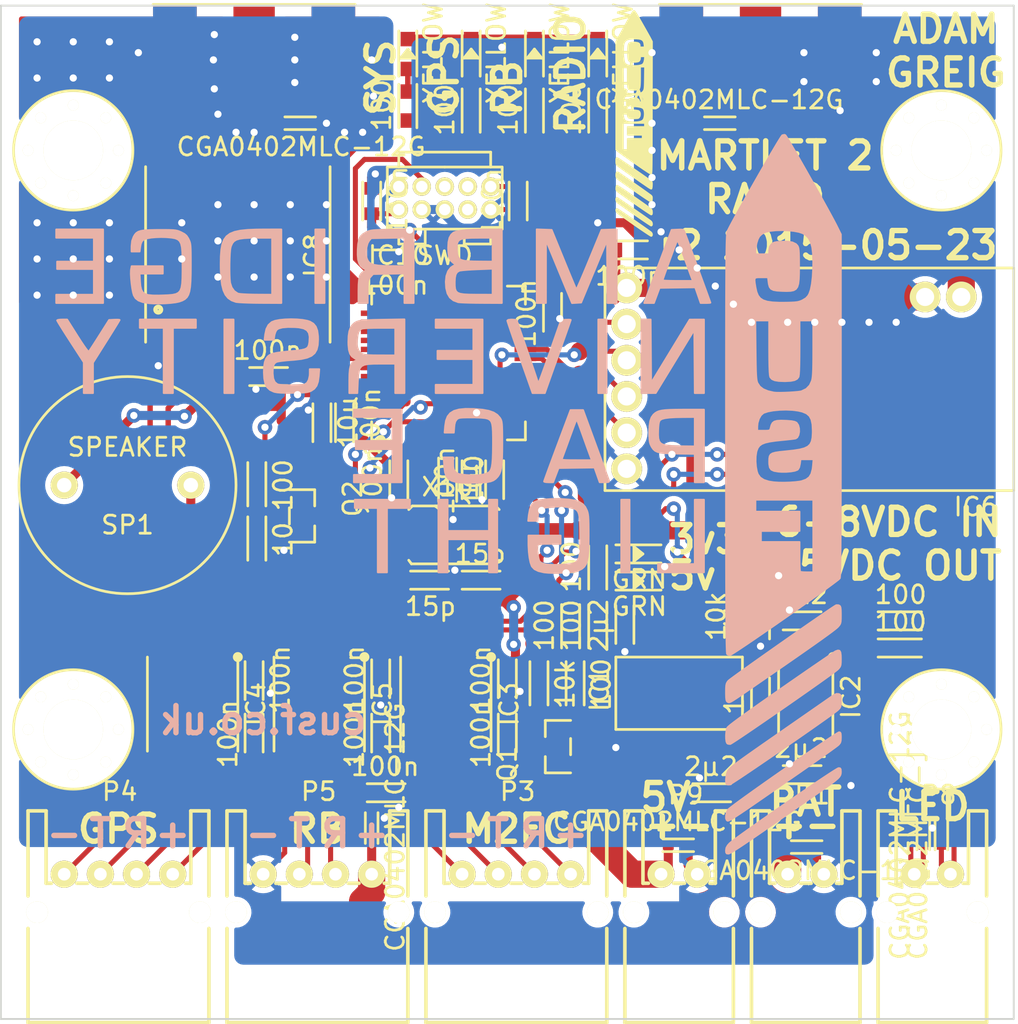
<source format=kicad_pcb>
(kicad_pcb (version 20221018) (generator pcbnew)
  (title_block (title "Martlet 2 Radio Board") (date "Thu 21 May 2015") (rev "2") (company "Cambridge University Spaceflight") (comment 1 "Drawn By: Adam Greig"))
  (layers (0 "F.Cu" signal) (31 "B.Cu" signal) (34 "B.Paste" user) (35 "F.Paste" user) (36 "B.SilkS" user "B.Silkscreen") (37 "F.SilkS" user "F.Silkscreen") (38 "B.Mask" user) (39 "F.Mask" user) (44 "Edge.Cuts" user))
  (net 0 "")
  (net 1 "Net-(C1-Pad1)")
  (net 2 "Net-(C1-Pad2)")
  (net 3 "Net-(C2-Pad1)")
  (net 4 "Net-(C2-Pad2)")
  (net 5 "GND")
  (net 6 "+3V3")
  (net 7 "+5V")
  (net 8 "+BATT")
  (net 9 "Net-(C12-Pad2)")
  (net 10 "BAT_MON")
  (net 11 "nRST")
  (net 12 "Net-(C35-Pad1)")
  (net 13 "Net-(C36-Pad1)")
  (net 14 "Net-(D1-Pad1)")
  (net 15 "Net-(D2-Pad1)")
  (net 16 "Net-(D3-Pad1)")
  (net 17 "Net-(D4-Pad1)")
  (net 18 "Net-(D5-Pad1)")
  (net 19 "Net-(D6-Pad1)")
  (net 20 "Net-(D9-Pad1)")
  (net 21 "Net-(D10-Pad2)")
  (net 22 "LED_C")
  (net 23 "SER_IN")
  (net 24 "SER_OUT")
  (net 25 "Net-(IC3-Pad6)")
  (net 26 "Net-(IC3-Pad7)")
  (net 27 "GPS_RX")
  (net 28 "GPS_TX")
  (net 29 "Net-(IC4-Pad6)")
  (net 30 "Net-(IC4-Pad7)")
  (net 31 "RB_TX")
  (net 32 "RB_RX")
  (net 33 "Net-(IC5-Pad6)")
  (net 34 "Net-(IC5-Pad7)")
  (net 35 "NTX2B_EN")
  (net 36 "NTX2B_TXD")
  (net 37 "NTX2B_P1")
  (net 38 "NTX2B_P0")
  (net 39 "GPS_SDA")
  (net 40 "GPS_SCL")
  (net 41 "GPS_RESET")
  (net 42 "Net-(IC10-Pad6)")
  (net 43 "LED_A")
  (net 44 "LED_1")
  (net 45 "LED_2")
  (net 46 "LED_3")
  (net 47 "LED_4")
  (net 48 "5V_OUT")
  (net 49 "SWDIO")
  (net 50 "SWCLK")
  (net 51 "BUZZER")
  (net 52 "Net-(Q2-Pad1)")
  (net 53 "Net-(Q2-Pad3)")
  (net 54 "Net-(R6-Pad1)")
  (net 55 "Net-(R7-Pad2)")
  (net 56 "Net-(D12-Pad1)")
  (net 57 "Net-(Q1-Pad1)")
  (net 58 "Net-(D13-Pad2)")
  (net 59 "Net-(IC8-Pad13)")
  (net 60 "Net-(IC8-Pad14)")
  (net 61 "Net-(IC8-Pad15)")
  (net 62 "Net-(IC8-Pad18)")
  (net 63 "Net-(IC8-Pad5)")
  (net 64 "Net-(IC8-Pad4)")
  (net 65 "Net-(IC10-Pad2)")
  (net 66 "Net-(IC10-Pad3)")
  (net 67 "Net-(IC10-Pad4)")
  (net 68 "Net-(IC10-Pad10)")
  (net 69 "Net-(IC10-Pad18)")
  (net 70 "Net-(IC10-Pad22)")
  (net 71 "Net-(IC10-Pad32)")
  (net 72 "Net-(IC10-Pad33)")
  (net 73 "Net-(IC10-Pad38)")
  (net 74 "Net-(IC10-Pad39)")
  (net 75 "Net-(IC10-Pad40)")
  (net 76 "Net-(IC10-Pad41)")
  (net 77 "Net-(P6-Pad6)")
  (net 78 "Net-(P6-Pad7)")
  (net 79 "Net-(P6-Pad8)")
  (footprint "m2r:C0603" (layer "F.Cu") (at 92 159.5 -90)
    (fp_text reference "C1" hide)
    (fp_text value "100n")
  )
  (footprint "m2r:C0603" (layer "F.Cu") (at 106 159.5 -90)
    (fp_text reference "C2" hide)
    (fp_text value "100n")
  )
  (footprint "m2r:C0603" (layer "F.Cu") (at 99 159.5 -90)
    (fp_text reference "C3" hide)
    (fp_text value "100n")
  )
  (footprint "m2r:C0603" (layer "F.Cu") (at 100 163.5 180)
    (fp_text reference "C4" hide)
    (fp_text value "100n")
  )
  (footprint "m2r:C0603" (layer "F.Cu") (at 92 158 90)
    (fp_text reference "C5" hide)
    (fp_text value "100n")
  )
  (footprint "m2r:C0603" (layer "F.Cu") (at 106 156.5 -90)
    (fp_text reference "C6" hide)
    (fp_text value "100n")
  )
  (footprint "m2r:C0603" (layer "F.Cu") (at 123 162.5 180)
    (fp_text reference "C7" hide)
    (fp_text value "2µ2")
  )
  (footprint "m2r:C0603" (layer "F.Cu") (at 123 154 180)
    (fp_text reference "C8" hide)
    (fp_text value "2µ2")
  )
  (footprint "m2r:C0603" (layer "F.Cu") (at 118 163.5 180)
    (fp_text reference "C9" hide)
    (fp_text value "2µ2")
  )
  (footprint "m2r:C0603" (layer "F.Cu") (at 112.5 153.5 -90)
    (fp_text reference "C10" hide)
    (fp_text value "2µ2")
  )
  (footprint "m2r:C0603" (layer "F.Cu") (at 99 156.5 -90)
    (fp_text reference "C11" hide)
    (fp_text value "100n")
  )
  (footprint "m2r:C0603" (layer "F.Cu") (at 120 157.5 -90)
    (fp_text reference "C12" hide)
    (fp_text value "1n")
  )
  (footprint "m2r:C0603" (layer "F.Cu") (at 119 151.5)
    (fp_text reference "C13" hide)
    (fp_text value "2µ2")
  )
  (footprint "m2r:C0603" (layer "F.Cu") (at 98.5 131.5 90)
    (fp_text reference "C14" hide)
    (fp_text value "100n")
  )
  (footprint "m2r:C0603" (layer "F.Cu") (at 112 133.5)
    (fp_text reference "C15" hide)
    (fp_text value "100n")
  )
  (footprint "m2r:C0603" (layer "F.Cu") (at 95.75 143.75 90)
    (fp_text reference "C23" hide)
    (fp_text value "10µ")
  )
  (footprint "m2r:C0603" (layer "F.Cu") (at 99 134)
    (fp_text reference "C24" hide)
    (fp_text value "100n")
  )
  (footprint "m2r:C0603" (layer "F.Cu") (at 100 145.5 -90)
    (fp_text reference "C25" hide)
    (fp_text value "100n")
  )
  (footprint "m2r:C0603" (layer "F.Cu") (at 108.5 136.25 -90)
    (fp_text reference "C26" hide)
    (fp_text value "100n")
  )
  (footprint "m2r:C0603" (layer "F.Cu") (at 97 143.75 90)
    (fp_text reference "C27" hide)
    (fp_text value "100n")
  )
  (footprint "m2r:C0603" (layer "F.Cu") (at 105.3 145.5 -90)
    (fp_text reference "C28" hide)
    (fp_text value "1µ")
  )
  (footprint "m2r:C0603" (layer "F.Cu") (at 104 145.5 -90)
    (fp_text reference "C29" hide)
    (fp_text value "100n")
  )
  (footprint "m2r:C0603" (layer "F.Cu") (at 93.5 140.5 180)
    (fp_text reference "C30" hide)
    (fp_text value "100n")
  )
  (footprint "m2r:C0603" (layer "F.Cu") (at 106.6 130.1 -90)
    (fp_text reference "C34" hide)
    (fp_text value "100n")
  )
  (footprint "m2r:C0603" (layer "F.Cu") (at 101 151.75)
    (fp_text reference "C35" hide)
    (fp_text value "15p")
  )
  (footprint "m2r:C0603" (layer "F.Cu") (at 105.25 151.75 180)
    (fp_text reference "C36" hide)
    (fp_text value "15p")
  )
  (footprint "m2r:LED0603" (layer "F.Cu") (at 112.4 150.3)
    (fp_text reference "D1" hide)
    (fp_text value "GRN")
  )
  (footprint "m2r:LED0603" (layer "F.Cu") (at 112.4 151.8)
    (fp_text reference "D2" hide)
    (fp_text value "GRN")
  )
  (footprint "m2r:LED0603" (layer "F.Cu") (at 111 123.5 90)
    (fp_text reference "D3" hide)
    (fp_text value "YELLOW")
  )
  (footprint "m2r:LED0603" (layer "F.Cu") (at 104 123.5 90)
    (fp_text reference "D4" hide)
    (fp_text value "YELLOW")
  )
  (footprint "m2r:LED0603" (layer "F.Cu") (at 107.5 123.5 90)
    (fp_text reference "D5" hide)
    (fp_text value "YELLOW")
  )
  (footprint "m2r:LED0603" (layer "F.Cu") (at 100.5 123.5 90)
    (fp_text reference "D6" hide)
    (fp_text value "YELLOW")
  )
  (footprint "m2r:R0402" (layer "F.Cu") (at 98.5 166 90)
    (fp_text reference "D7" hide)
    (fp_text value "CGA0402MLC-12G")
  )
  (footprint "m2r:R0402" (layer "F.Cu") (at 122 166.5)
    (fp_text reference "D8" hide)
    (fp_text value "CGA0402MLC-12G")
  )
  (footprint "m2r:R0402" (layer "F.Cu") (at 118.3 126.5 180)
    (fp_text reference "D9" hide)
    (fp_text value "CGA0402MLC-12G")
  )
  (footprint "m2r:R0402" (layer "F.Cu") (at 129 165.25 -90)
    (fp_text reference "D10" hide)
    (fp_text value "CGA0402MLC-12G")
  )
  (footprint "m2r:R0402" (layer "F.Cu") (at 130 165.25 -90)
    (fp_text reference "D11" hide)
    (fp_text value "CGA0402MLC-12G")
  )
  (footprint "m2r:SOT223" (layer "F.Cu") (at 115.5 161)
    (fp_text reference "IC1")
    (fp_text value "ADP3338" hide)
  )
  (footprint "m2r:MSOP8" (layer "F.Cu") (at 123.5 156 -90)
    (fp_text reference "IC2")
    (fp_text value "ADP3335" hide)
  )
  (footprint "m2r:SOIC8" (layer "F.Cu") (at 104.5 156 -90)
    (fp_text reference "IC3")
    (fp_text value "ADuM1201" hide)
  )
  (footprint "m2r:SOIC8" (layer "F.Cu") (at 90.5 156 -90)
    (fp_text reference "IC4")
    (fp_text value "ADuM1201" hide)
  )
  (footprint "m2r:SOIC8" (layer "F.Cu") (at 97.5 156 -90)
    (fp_text reference "IC5")
    (fp_text value "ADuM1201" hide)
  )
  (footprint "m2r:MTX2" (layer "F.Cu") (at 134 134.5 180)
    (fp_text reference "IC6")
    (fp_text value "MTX2" hide)
  )
  (footprint "m2r:MAX-7Q" (layer "F.Cu") (at 95.5 129 -90)
    (fp_text reference "IC8")
    (fp_text value "MAX-7Q" hide)
  )
  (footprint "m2r:LQFP48" (layer "F.Cu") (at 100 144)
    (fp_text reference "IC10")
    (fp_text value "STM32F303C" hide)
  )
  (footprint "m2r:S02B-PASK-2" (layer "F.Cu") (at 123.5 168 180)
    (fp_text reference "P1")
    (fp_text value "CONN_2" hide)
  )
  (footprint "m2r:SMA-142-0701-801" (layer "F.Cu") (at 92 122.6)
    (fp_text reference "P2" hide)
    (fp_text value "SMA" hide)
  )
  (footprint "m2r:S04B-PASK-2" (layer "F.Cu") (at 109.5 168 180)
    (fp_text reference "P3")
    (fp_text value "CONN_4" hide)
  )
  (footprint "m2r:S04B-PASK-2" (layer "F.Cu") (at 87.5 168 180)
    (fp_text reference "P4")
    (fp_text value "CONN_4" hide)
  )
  (footprint "m2r:S04B-PASK-2" (layer "F.Cu") (at 98.5 168 180)
    (fp_text reference "P5")
    (fp_text value "CONN_4" hide)
  )
  (footprint "m2r:FTSH-105-01-F-D-K" (layer "F.Cu") (at 100 130)
    (fp_text reference "P6" hide)
    (fp_text value "SWD")
  )
  (footprint "m2r:SMA-142-0701-801" (layer "F.Cu") (at 120 122.6)
    (fp_text reference "P7" hide)
    (fp_text value "SMA" hide)
  )
  (footprint "m2r:S02B-PASK-2" (layer "F.Cu") (at 130.5 168 180)
    (fp_text reference "P8")
    (fp_text value "CONN_2" hide)
  )
  (footprint "m2r:S02B-PASK-2" (layer "F.Cu") (at 116.5 168 180)
    (fp_text reference "P9")
    (fp_text value "CONN_2" hide)
  )
  (footprint "m2r:SOT-23" (layer "F.Cu") (at 109.8 161.9 90)
    (fp_text reference "Q1")
    (fp_text value "Q_PMOS_GSD_PSV" hide)
  )
  (footprint "m2r:SOT-23" (layer "F.Cu") (at 93.65 147.25 -90)
    (fp_text reference "Q2")
    (fp_text value "Q_NMOS_GSD_PSV" hide)
  )
  (footprint "m2r:R0603" (layer "F.Cu") (at 119 153 -90)
    (fp_text reference "R1" hide)
    (fp_text value "10k")
  )
  (footprint "m2r:R0603" (layer "F.Cu") (at 120 153 -90)
    (fp_text reference "R2" hide)
    (fp_text value "1k")
  )
  (footprint "m2r:R0603" (layer "F.Cu") (at 107.75 158.25 90)
    (fp_text reference "R3" hide)
    (fp_text value "10k")
  )
  (footprint "m2r:R0603" (layer "F.Cu") (at 128.5 155.5 180)
    (fp_text reference "R4" hide)
    (fp_text value "100")
  )
  (footprint "m2r:R0603" (layer "F.Cu") (at 128.5 154 180)
    (fp_text reference "R5" hide)
    (fp_text value "100")
  )
  (footprint "m2r:R0603" (layer "F.Cu") (at 92.15 150.25 90)
    (fp_text reference "R6" hide)
    (fp_text value "10")
  )
  (footprint "m2r:R0603" (layer "F.Cu") (at 109.5 153.5 -90)
    (fp_text reference "R7" hide)
    (fp_text value "100")
  )
  (footprint "m2r:R0603" (layer "F.Cu") (at 111 150.25 -90)
    (fp_text reference "R8" hide)
    (fp_text value "100")
  )
  (footprint "m2r:R0603" (layer "F.Cu") (at 111 153.5 -90)
    (fp_text reference "R9" hide)
    (fp_text value "100")
  )
  (footprint "m2r:R0603" (layer "F.Cu") (at 111 125 -90)
    (fp_text reference "R10" hide)
    (fp_text value "100")
  )
  (footprint "m2r:R0603" (layer "F.Cu") (at 104 125 -90)
    (fp_text reference "R11" hide)
    (fp_text value "100")
  )
  (footprint "m2r:R0603" (layer "F.Cu") (at 107.5 125 -90)
    (fp_text reference "R12" hide)
    (fp_text value "100")
  )
  (footprint "m2r:R0603" (layer "F.Cu") (at 100.5 124.75 -90)
    (fp_text reference "R13" hide)
    (fp_text value "100")
  )
  (footprint "m2r:R0603" (layer "F.Cu") (at 102.7 147 90)
    (fp_text reference "R14" hide)
    (fp_text value "100")
  )
  (footprint "m2r:R0603" (layer "F.Cu") (at 92.15 147.25 90)
    (fp_text reference "R15" hide)
    (fp_text value "100")
  )
  (footprint "m2r:ABI-042-RC" (layer "F.Cu") (at 85 146.5)
    (fp_text reference "SP1")
    (fp_text value "SPEAKER")
  )
  (footprint "m2r:TESTPAD" (layer "F.Cu") (at 125 156)
    (fp_text reference "TP1" hide)
    (fp_text value "TESTPAD" hide)
  )
  (footprint "m2r:TESTPAD" (layer "F.Cu") (at 115.5 153)
    (fp_text reference "TP2" hide)
    (fp_text value "TESTPAD" hide)
  )
  (footprint "m2r:TESTPAD" (layer "F.Cu") (at 89.5 154)
    (fp_text reference "TP4" hide)
    (fp_text value "TESTPAD" hide)
  )
  (footprint "m2r:TESTPAD" (layer "F.Cu") (at 88 154)
    (fp_text reference "TP7" hide)
    (fp_text value "TESTPAD" hide)
  )
  (footprint "m2r:TESTPAD" (layer "F.Cu") (at 120 164)
    (fp_text reference "TP11" hide)
    (fp_text value "TESTPAD" hide)
  )
  (footprint "m2r:TESTPAD" (layer "F.Cu") (at 125 164)
    (fp_text reference "TP12" hide)
    (fp_text value "TESTPAD" hide)
  )
  (footprint "m2r:TESTPAD" (layer "F.Cu") (at 117.65 151.5)
    (fp_text reference "TP13" hide)
    (fp_text value "TESTPAD" hide)
  )
  (footprint "m2r:TESTPAD" (layer "F.Cu") (at 95 154)
    (fp_text reference "TP14" hide)
    (fp_text value "TESTPAD" hide)
  )
  (footprint "m2r:TESTPAD" (layer "F.Cu") (at 96.5 154)
    (fp_text reference "TP15" hide)
    (fp_text value "TESTPAD" hide)
  )
  (footprint "m2r:TESTPAD" (layer "F.Cu") (at 101.55 154.05)
    (fp_text reference "TP16" hide)
    (fp_text value "TESTPAD" hide)
  )
  (footprint "m2r:TESTPAD" (layer "F.Cu") (at 107.5 155.25)
    (fp_text reference "TP17" hide)
    (fp_text value "TESTPAD" hide)
  )
  (footprint "m2r:TESTPAD" (layer "F.Cu") (at 125.6 154)
    (fp_text reference "TP18" hide)
    (fp_text value "TESTPAD" hide)
  )
  (footprint "m2r:TESTPAD" (layer "F.Cu") (at 95.5 140.5)
    (fp_text reference "TP19" hide)
    (fp_text value "TESTPAD" hide)
  )
  (footprint "m2r:TESTPAD" (layer "F.Cu") (at 87.5 127)
    (fp_text reference "TP20" hide)
    (fp_text value "TESTPAD" hide)
  )
  (footprint "m2r:TESTPAD" (layer "F.Cu") (at 89 127)
    (fp_text reference "TP21" hide)
    (fp_text value "TESTPAD" hide)
  )
  (footprint "m2r:TESTPAD" (layer "F.Cu") (at 110 137.5)
    (fp_text reference "TP22" hide)
    (fp_text value "TESTPAD" hide)
  )
  (footprint "m2r:TESTPAD" (layer "F.Cu") (at 110 139.1)
    (fp_text reference "TP23" hide)
    (fp_text value "TESTPAD" hide)
  )
  (footprint "m2r:TESTPAD" (layer "F.Cu") (at 110 140.4)
    (fp_text reference "TP24" hide)
    (fp_text value "TESTPAD" hide)
  )
  (footprint "m2r:TESTPAD" (layer "F.Cu") (at 110 141.7)
    (fp_text reference "TP25" hide)
    (fp_text value "TESTPAD" hide)
  )
  (footprint "m2r:TESTPAD" (layer "F.Cu") (at 130.2 154)
    (fp_text reference "TP26" hide)
    (fp_text value "TESTPAD" hide)
  )
  (footprint "m2r:TESTPAD" (layer "F.Cu") (at 111 156.5)
    (fp_text reference "TP27" hide)
    (fp_text value "TESTPAD" hide)
  )
  (footprint "m2r:TESTPAD" (layer "F.Cu") (at 93.65 145.75)
    (fp_text reference "TP28" hide)
    (fp_text value "TESTPAD" hide)
  )
  (footprint "m2r:XTAL50x32" (layer "F.Cu") (at 101 149.25)
    (fp_text reference "X10")
    (fp_text value "8M" hide)
  )
  (footprint "m2r:M3_MOUNT" (layer "F.Cu") (at 82 128)
    (fp_text reference "X11" hide)
    (fp_text value "M3 MOUNT" hide)
  )
  (footprint "m2r:M3_MOUNT" (layer "F.Cu") (at 130 128)
    (fp_text reference "X12" hide)
    (fp_text value "M3 MOUNT" hide)
  )
  (footprint "m2r:M3_MOUNT" (layer "F.Cu") (at 130 160)
    (fp_text reference "X13" hide)
    (fp_text value "M3 MOUNT" hide)
  )
  (footprint "m2r:M3_MOUNT" (layer "F.Cu") (at 82 160)
    (fp_text reference "X14" hide)
    (fp_text value "M3 MOUNT" hide)
  )
  (footprint "m2r:R0402" (layer "F.Cu") (at 94 126.5)
    (fp_text reference "D12" hide)
    (fp_text value "CGA0402MLC-12G")
  )
  (footprint "m2r:R0603" (layer "F.Cu") (at 109.75 158.25 90)
    (fp_text reference "R16" hide)
    (fp_text value "100")
  )
  (footprint "m2r:TESTPAD" (layer "F.Cu") (at 113 164)
    (fp_text reference "TP29" hide)
    (fp_text value "TESTPAD" hide)
  )
  (footprint "m2r:R0402" (layer "F.Cu") (at 116 166.4 180)
    (fp_text reference "D13" hide)
    (fp_text value "CGA0402MLC-12G")
  )
  (footprint "m2r:cusf_logo_small" (layer "F.Cu") (at 113 126.5)
    (fp_text reference "G***" hide)
    (fp_text value "LOGO" hide)
  )
  (footprint "m2r:cusf_logo_full" (layer "F.Cu") (at 102.75 147)
    (fp_text reference "G***" hide)
    (fp_text value "LOGO" hide)
  )
  (gr_line (start 78 120) (end 78 176) (stroke (width 0.1)) (layer "Edge.Cuts"))
  (gr_line (start 134 120) (end 78 120) (stroke (width 0.1)) (layer "Edge.Cuts"))
  (gr_line (start 134 176) (end 134 120) (stroke (width 0.1)) (layer "Edge.Cuts"))
  (gr_line (start 78 176) (end 134 176) (stroke (width 0.1)) (layer "Edge.Cuts"))
  (gr_text "R" (at 107.5 165.75) (layer "B.SilkS") (effects (font (size 1.5 1.5) (thickness 0.3)) (justify mirror)))
  (gr_text "T" (at 83.5 165.75) (layer "B.SilkS") (effects (font (size 1.5 1.5) (thickness 0.3)) (justify mirror)))
  (gr_text "-" (at 81.5 165.75) (layer "B.SilkS") (effects (font (size 1.5 1.5) (thickness 0.3)) (justify mirror)))
  (gr_text "R" (at 96.5 165.75) (layer "B.SilkS") (effects (font (size 1.5 1.5) (thickness 0.3)) (justify mirror)))
  (gr_text "-" (at 92.5 165.75) (layer "B.SilkS") (effects (font (size 1.5 1.5) (thickness 0.3)) (justify mirror)))
  (gr_text "R" (at 85.5 165.75) (layer "B.SilkS") (effects (font (size 1.5 1.5) (thickness 0.3)) (justify mirror)))
  (gr_text "-" (at 103.5 165.75) (layer "B.SilkS") (effects (font (size 1.5 1.5) (thickness 0.3)) (justify mirror)))
  (gr_text "+" (at 98.5 165.75) (layer "B.SilkS") (effects (font (size 1.5 1.5) (thickness 0.3)) (justify mirror)))
  (gr_text "+" (at 109.5 165.75) (layer "B.SilkS") (effects (font (size 1.5 1.5) (thickness 0.3)) (justify mirror)))
  (gr_text "cusf.co.uk" (at 92.5 159.5) (layer "B.SilkS") (effects (font (size 1.5 1.5) (thickness 0.3)) (justify mirror)))
  (gr_text "T" (at 105.5 165.75) (layer "B.SilkS") (effects (font (size 1.5 1.5) (thickness 0.3)) (justify mirror)))
  (gr_text "+" (at 87.5 165.75) (layer "B.SilkS") (effects (font (size 1.5 1.5) (thickness 0.3)) (justify mirror)))
  (gr_text "T" (at 94.5 165.75) (layer "B.SilkS") (effects (font (size 1.5 1.5) (thickness 0.3)) (justify mirror)))
  (gr_text "M2FC" (at 106.5 165.5) (layer "F.SilkS") (effects (font (size 1.5 1.5) (thickness 0.3))))
  (gr_text "GPS" (at 102.5 126.25 90) (layer "F.SilkS") (effects (font (size 1.5 1.5) (thickness 0.3)) (justify left)))
  (gr_text "RB" (at 106 126.25 90) (layer "F.SilkS") (effects (font (size 1.5 1.5) (thickness 0.3)) (justify left)))
  (gr_text "RADIO" (at 109.5 127.25 90) (layer "F.SilkS") (effects (font (size 1.5 1.5) (thickness 0.3)) (justify left)))
  (gr_text "MARTLET 2\nRADIO" (at 120.25 129.5) (layer "F.SilkS") (effects (font (size 1.5 1.5) (thickness 0.3))))
  (gr_text "SYS" (at 99 126.25 90) (layer "F.SilkS") (effects (font (size 1.5 1.5) (thickness 0.3)) (justify left)))
  (gr_text "ADAM\nGREIG" (at 130.25 122.5) (layer "F.SilkS") (effects (font (size 1.5 1.5) (thickness 0.3))))
  (gr_text "+-" (at 122.5 165.25) (layer "F.SilkS") (effects (font (size 1.5 1.5) (thickness 0.3))))
  (gr_text "5V" (at 114.75 163.75) (layer "F.SilkS") (effects (font (size 1.5 1.5) (thickness 0.3))))
  (gr_text "RB" (at 95.5 165.5) (layer "F.SilkS") (effects (font (size 1.5 1.5) (thickness 0.3))))
  (gr_text "GPS" (at 84.5 165.5) (layer "F.SilkS") (effects (font (size 1.5 1.5) (thickness 0.3))))
  (gr_text "6-8VDC IN\n5VDC OUT" (at 133.5 149.75) (layer "F.SilkS") (effects (font (size 1.5 1.5) (thickness 0.3)) (justify right)))
  (gr_text "LED" (at 129.5 164.25) (layer "F.SilkS") (effects (font (size 1.5 1.5) (thickness 0.3))))
  (gr_text "5v" (at 114.75 151.5) (layer "F.SilkS") (effects (font (size 1.5 1.5) (thickness 0.3)) (justify left)))
  (gr_text "3v3" (at 114.75 149.5) (layer "F.SilkS") (effects (font (size 1.5 1.5) (thickness 0.3)) (justify left)))
  (gr_text "r2 2015-05-23" (at 123.75 133.25) (layer "F.SilkS") (effects (font (size 1.5 1.5) (thickness 0.3))))
  (gr_text "+-" (at 115.5 165.25) (layer "F.SilkS") (effects (font (size 1.5 1.5) (thickness 0.3))))
  (gr_text "BAT" (at 122.5 164) (layer "F.SilkS") (effects (font (size 1.5 1.5) (thickness 0.3))))
  (segment (start 87.1 159.5) (end 86.69 159.91) (width 0.3) (layer "F.Cu") (net 1))
  (segment (start 86.69 159.91) (end 86.69 161.207) (width 0.3) (layer "F.Cu") (net 1))
  (segment (start 86.69 162.81) (end 81.5 168) (width 0.28) (layer "F.Cu") (net 1))
  (segment (start 86.69 161.207) (end 86.69 162.81) (width 0.28) (layer "F.Cu") (net 1))
  (segment (start 92 159.5) (end 87.1 159.5) (width 0.3) (layer "F.Cu") (net 1))
  (segment (start 90.807 160.9) (end 90.5 161.207) (width 0.3) (layer "F.Cu") (net 2))
  (segment (start 90.5 165) (end 87.5 168) (width 0.28) (layer "F.Cu") (net 2))
  (segment (start 90.5 161.207) (end 90.5 165) (width 0.28) (layer "F.Cu") (net 2))
  (segment (start 92 160.9) (end 90.807 160.9) (width 0.3) (layer "F.Cu") (net 2))
  (segment (start 101.1 159.5) (end 100.69 159.91) (width 0.3) (layer "F.Cu") (net 3))
  (segment (start 100.69 159.91) (end 100.69 161.207) (width 0.3) (layer "F.Cu") (net 3))
  (segment (start 100.69 162.44) (end 101 162.75) (width 0.28) (layer "F.Cu") (net 3))
  (segment (start 101 162.75) (end 101 165.5) (width 0.28) (layer "F.Cu") (net 3))
  (segment (start 101 165.5) (end 103.5 168) (width 0.28) (layer "F.Cu") (net 3))
  (segment (start 106 159.5) (end 101.1 159.5) (width 0.3) (layer "F.Cu") (net 3))
  (segment (start 100.69 161.207) (end 100.69 162.44) (width 0.28) (layer "F.Cu") (net 3))
  (segment (start 104.807 160.9) (end 104.5 161.207) (width 0.3) (layer "F.Cu") (net 4))
  (segment (start 109.4 167.9) (end 109.5 168) (width 0.3) (layer "F.Cu") (net 4))
  (segment (start 104.5 163) (end 109.5 168) (width 0.28) (layer "F.Cu") (net 4))
  (segment (start 104.5 161.207) (end 104.5 163) (width 0.28) (layer "F.Cu") (net 4))
  (segment (start 106 160.9) (end 104.807 160.9) (width 0.3) (layer "F.Cu") (net 4))
  (segment (start 94 159.5) (end 93.69 159.81) (width 0.3) (layer "F.Cu") (net 5))
  (segment (start 93.69 159.81) (end 93.69 161.207) (width 0.3) (layer "F.Cu") (net 5))
  (segment (start 87.25 158) (end 86.69 157.44) (width 0.3) (layer "F.Cu") (net 5))
  (segment (start 86.69 157.44) (end 86.69 156) (width 0.3) (layer "F.Cu") (net 5))
  (segment (start 94.4 157.9) (end 93.69 157.19) (width 0.3) (layer "F.Cu") (net 5))
  (segment (start 93.69 157.19) (end 93.69 156) (width 0.3) (layer "F.Cu") (net 5))
  (segment (start 101.15 157.9) (end 100.69 157.44) (width 0.3) (layer "F.Cu") (net 5))
  (segment (start 100.69 157.44) (end 100.69 156) (width 0.3) (layer "F.Cu") (net 5))
  (segment (start 97.35 142) (end 97 142.35) (width 0.28) (layer "F.Cu") (net 5))
  (segment (start 95.5 126.9) (end 95.1 126.5) (width 0.5) (layer "F.Cu") (net 5))
  (segment (start 95.5 127) (end 95.5 126.9) (width 0.28) (layer "F.Cu") (net 5))
  (segment (start 95.5 123.4815) (end 96.3815 122.6) (width 0.28) (layer "F.Cu") (net 5))
  (segment (start 95.2 126.5) (end 95.5 126.2) (width 0.5) (layer "F.Cu") (net 5))
  (segment (start 95.5 126.2) (end 95.5 123.4815) (width 0.5) (layer "F.Cu") (net 5))
  (segment (start 106.37 131.27) (end 106.6 131.5) (width 0.28) (layer "F.Cu") (net 5))
  (segment (start 100.5 134.1) (end 100.4 134) (width 0.28) (layer "F.Cu") (net 5))
  (segment (start 108.35 137.5) (end 108.5 137.65) (width 0.28) (layer "F.Cu") (net 5))
  (segment (start 120.7 136.1) (end 119.8 135.2) (width 1.5) (layer "F.Cu") (net 5))
  (segment (start 115.6185 131.0185) (end 115.6185 131.45) (width 1.5) (layer "F.Cu") (net 5))
  (segment (start 115.6185 126.5) (end 116 126.5) (width 0.5) (layer "F.Cu") (net 5))
  (segment (start 116 126.5) (end 115.6185 126.5) (width 0.5) (layer "F.Cu") (net 5))
  (segment (start 115.6185 126.5) (end 115.6185 122.6) (width 1.5) (layer "F.Cu") (net 5))
  (segment (start 116 167.5) (end 116.5 168) (width 0.5) (layer "F.Cu") (net 5))
  (segment (start 123.1 167.6) (end 123.5 168) (width 0.5) (layer "F.Cu") (net 5))
  (segment (start 105.7 121.85) (end 107.5 121.85) (width 0.5) (layer "F.Cu") (net 5))
  (segment (start 124.3815 125.7815) (end 124.4 125.8) (width 0.5) (layer "F.Cu") (net 5))
  (segment (start 108.55 137.65) (end 108.9 137.3) (width 0.5) (layer "F.Cu") (net 5))
  (segment (start 121.6 155.95) (end 121.55 156) (width 0.3) (layer "F.Cu") (net 5))
  (segment (start 129.5 165.25) (end 130 165.25) (width 0.3) (layer "F.Cu") (net 5))
  (segment (start 99.9 146.9) (end 99.6 147.2) (width 0.5) (layer "F.Cu") (net 5))
  (segment (start 104.6 146.9) (end 105.3 146.9) (width 0.28) (layer "F.Cu") (net 5))
  (segment (start 103.1 151.75) (end 103.85 151.75) (width 0.3) (layer "F.Cu") (net 5))
  (segment (start 103.5 143.2) (end 104.2 142.5) (width 0.28) (layer "F.Cu") (net 5))
  (segment (start 104.2 142.5) (end 104.3 142.5) (width 0.28) (layer "F.Cu") (net 5))
  (segment (start 114.05 151) (end 114.05 151.8) (width 0.5) (layer "F.Cu") (net 5))
  (segment (start 116.6 162.7) (end 116.625 162.675) (width 0.5) (layer "F.Cu") (net 5))
  (segment (start 99.4 142) (end 99.6 141.8) (width 0.28) (layer "F.Cu") (net 5))
  (segment (start 99.6 141.8) (end 99.6 141) (width 0.28) (layer "F.Cu") (net 5))
  (segment (start 99.3 140.5) (end 99.6 140.8) (width 0.28) (layer "F.Cu") (net 5))
  (segment (start 99.6 140.8) (end 99.6 141) (width 0.28) (layer "F.Cu") (net 5))
  (segment (start 99 158.65) (end 99 159.5) (width 0.28) (layer "F.Cu") (net 5))
  (segment (start 93.69 166.81) (end 92.5 168) (width 0.28) (layer "F.Cu") (net 5))
  (segment (start 84 122) (end 82 122) (width 0.2) (layer "F.Cu") (net 5))
  (segment (start 80 122) (end 80 124) (width 0.2) (layer "F.Cu") (net 5))
  (segment (start 82 124) (end 84 124) (width 0.2) (layer "F.Cu") (net 5))
  (segment (start 97 127) (end 98 127) (width 0.2) (layer "F.Cu") (net 5))
  (segment (start 91 127) (end 92 127) (width 0.2) (layer "F.Cu") (net 5))
  (segment (start 95.5 130.5) (end 96 131) (width 0.2) (layer "F.Cu") (net 5))
  (segment (start 94 131) (end 92 131) (width 0.2) (layer "F.Cu") (net 5))
  (segment (start 90 131) (end 89 132) (width 0.2) (layer "F.Cu") (net 5))
  (segment (start 89 132) (end 88 132) (width 0.2) (layer "F.Cu") (net 5))
  (segment (start 88 134) (end 89 135) (width 0.2) (layer "F.Cu") (net 5))
  (segment (start 89 135) (end 90 135) (width 0.2) (layer "F.Cu") (net 5))
  (segment (start 92 135) (end 94 135) (width 0.2) (layer "F.Cu") (net 5))
  (segment (start 96 135) (end 96 133) (width 0.2) (layer "F.Cu") (net 5))
  (segment (start 94 133) (end 92 133) (width 0.2) (layer "F.Cu") (net 5))
  (segment (start 84 136) (end 82 136) (width 0.2) (layer "F.Cu") (net 5))
  (segment (start 80 136) (end 80 134) (width 0.2) (layer "F.Cu") (net 5))
  (segment (start 82 134) (end 84 134) (width 0.2) (layer "F.Cu") (net 5))
  (segment (start 84 132) (end 82 132) (width 0.2) (layer "F.Cu") (net 5))
  (segment (start 115.6185 128) (end 115.6185 126.5) (width 1.5) (layer "F.Cu") (net 5))
  (segment (start 115.6185 129.5) (end 115.6185 128) (width 1.5) (layer "F.Cu") (net 5))
  (segment (start 115.6185 131) (end 115.6185 129.5) (width 1.5) (layer "F.Cu") (net 5))
  (segment (start 115.6185 131.45) (end 115.6185 131) (width 1.5) (layer "F.Cu") (net 5))
  (segment (start 115.55 131.45) (end 114.5 132.5) (width 0.5) (layer "F.Cu") (net 5))
  (segment (start 116.8 132.2) (end 115.6185 131.0185) (width 1.5) (layer "F.Cu") (net 5))
  (segment (start 117.8 133.2) (end 116.8 132.2) (width 1.5) (layer "F.Cu") (net 5))
  (segment (start 118.8 134.2) (end 117.8 133.2) (width 1.5) (layer "F.Cu") (net 5))
  (segment (start 119.8 135.2) (end 118.8 134.2) (width 1.5) (layer "F.Cu") (net 5))
  (segment (start 120.7 136.3) (end 119.5 137.5) (width 0.5) (layer "F.Cu") (net 5))
  (segment (start 121.5 136.1) (end 120.7 136.1) (width 1.5) (layer "F.Cu") (net 5))
  (segment (start 123 136.1) (end 121.5 136.1) (width 1.5) (layer "F.Cu") (net 5))
  (segment (start 124.5 136.1) (end 123 136.1) (width 1.5) (layer "F.Cu") (net 5))
  (segment (start 126 136.1) (end 124.5 136.1) (width 1.5) (layer "F.Cu") (net 5))
  (segment (start 127.5 136.1) (end 126 136.1) (width 1.5) (layer "F.Cu") (net 5))
  (segment (start 113.4 132.9) (end 112.5 132) (width 0.5) (layer "F.Cu") (net 5))
  (segment (start 112.5 132) (end 111 132) (width 0.5) (layer "F.Cu") (net 5))
  (segment (start 98.5 129.5) (end 98.7 129.3) (width 0.5) (layer "F.Cu") (net 5))
  (segment (start 88.5 122.6) (end 89.8 121.6) (width 0.5) (layer "F.Cu") (net 5))
  (segment (start 88.5 122.6) (end 89.8 124.6) (width 0.5) (layer "F.Cu") (net 5))
  (segment (start 95.5 122.6) (end 94.25 121.75) (width 0.5) (layer "F.Cu") (net 5))
  (segment (start 95.5 122.6) (end 94.25 124.25) (width 0.5) (layer "F.Cu") (net 5))
  (segment (start 89.75 125.75) (end 90 126) (width 0.5) (layer "F.Cu") (net 5))
  (segment (start 96.3815 126.1185) (end 96 126.5) (width 0.5) (layer "F.Cu") (net 5))
  (segment (start 103.1 148.5) (end 103 148.4) (width 0.28) (layer "F.Cu") (net 5))
  (segment (start 124.3815 123.0185) (end 123.2 124.2) (width 0.5) (layer "F.Cu") (net 5))
  (segment (start 123.2 124.2) (end 122.4 124.2) (width 0.5) (layer "F.Cu") (net 5))
  (segment (start 124.3815 122.9815) (end 125.6 124.2) (width 0.5) (layer "F.Cu") (net 5))
  (segment (start 125.6 124.2) (end 126.4 124.2) (width 0.5) (layer "F.Cu") (net 5))
  (segment (start 98.5 124.9) (end 98.6 125) (width 0.5) (layer "F.Cu") (net 5))
  (segment (start 97 142.35) (end 95.75 142.35) (width 0.3) (layer "F.Cu") (net 5))
  (segment (start 124.3815 122.6) (end 124.3815 123.2315) (width 0.5) (layer "F.Cu") (net 5))
  (segment (start 100 146.9) (end 99.9 146.9) (width 0.5) (layer "F.Cu") (net 5))
  (segment (start 115.6185 126.5) (end 114 126.5) (width 0.5) (layer "F.Cu") (net 5))
  (segment (start 98.5 142) (end 97.35 142) (width 0.28) (layer "F.Cu") (net 5))
  (segment (start 121.5 136.1) (end 121.5 137.5) (width 0.5) (layer "F.Cu") (net 5))
  (segment (start 107 137.5) (end 108.35 137.5) (width 0.28) (layer "F.Cu") (net 5))
  (segment (start 100.5 135.5) (end 100.5 134.1) (width 0.28) (layer "F.Cu") (net 5))
  (segment (start 129 165.25) (end 129.5 165.25) (width 0.3) (layer "F.Cu") (net 5))
  (segment (start 92.1 140.5) (end 92.1 141.2) (width 0.5) (layer "F.Cu") (net 5))
  (segment (start 86.7 138.5) (end 86.7 139.9) (width 0.5) (layer "F.Cu") (net 5))
  (segment (start 114.05 150.3) (end 114.05 151) (width 0.5) (layer "F.Cu") (net 5))
  (segment (start 95.75 142.35) (end 95 142.35) (width 0.4) (layer "F.Cu") (net 5))
  (segment (start 124.3815 122.6) (end 124.3815 122.9815) (width 0.5) (layer "F.Cu") (net 5))
  (segment (start 115.6185 128) (end 114 128) (width 0.5) (layer "F.Cu") (net 5))
  (segment (start 104 146.9) (end 104.6 146.9) (width 0.28) (layer "F.Cu") (net 5))
  (segment (start 121.6 154) (end 121.6 153.4) (width 0.3) (layer "F.Cu") (net 5))
  (segment (start 118.8 134.2) (end 117.5 135.5) (width 0.5) (layer "F.Cu") (net 5))
  (segment (start 113.2 161) (end 112 161) (width 0.5) (layer "F.Cu") (net 5))
  (segment (start 104.6 146.9) (end 104.6 147.3) (width 0.5) (layer "F.Cu") (net 5))
  (segment (start 103.1 151.2) (end 103.1 148.5) (width 0.28) (layer "F.Cu") (net 5))
  (segment (start 120.4 151.5) (end 121 151.5) (width 0.3) (layer "F.Cu") (net 5))
  (segment (start 96.3815 122.6) (end 96.3815 126.1185) (width 0.5) (layer "F.Cu") (net 5))
  (segment (start 99 159.5) (end 94 159.5) (width 0.3) (layer "F.Cu") (net 5))
  (segment (start 116 166.4) (end 116 167.5) (width 0.5) (layer "F.Cu") (net 5))
  (segment (start 99 157.9) (end 99 158.65) (width 0.28) (layer "F.Cu") (net 5))
  (segment (start 96.3815 122.6) (end 94.25 123) (width 0.5) (layer "F.Cu") (net 5))
  (segment (start 98.5 140.5) (end 99.3 140.5) (width 0.28) (layer "F.Cu") (net 5))
  (segment (start 119.8 135.2) (end 118.5 136.5) (width 0.5) (layer "F.Cu") (net 5))
  (segment (start 113.4 133.5) (end 113.4 132.9) (width 0.5) (layer "F.Cu") (net 5))
  (segment (start 120 154.6) (end 120 155.4) (width 0.3) (layer "F.Cu") (net 5))
  (segment (start 100 163.5) (end 100 164.3) (width 0.5) (layer "F.Cu") (net 5))
  (segment (start 106 157.9) (end 101.15 157.9) (width 0.3) (layer "F.Cu") (net 5))
  (segment (start 104 121.85) (end 105.7 121.85) (width 0.5) (layer "F.Cu") (net 5))
  (segment (start 115.6185 131.45) (end 115.55 131.45) (width 0.5) (layer "F.Cu") (net 5))
  (segment (start 114.05 151) (end 114.7 151) (width 0.5) (layer "F.Cu") (net 5))
  (segment (start 129.1 136.1) (end 127.5 136.1) (width 1.5) (layer "F.Cu") (net 5))
  (segment (start 123.1 166.5) (end 123.1 167.6) (width 0.5) (layer "F.Cu") (net 5))
  (segment (start 100.4 134) (end 100 133.6) (width 0.5) (layer "F.Cu") (net 5))
  (segment (start 127.5 136.1) (end 127.5 137.5) (width 0.5) (layer "F.Cu") (net 5))
  (segment (start 99.4 142) (end 98.5 142) (width 0.28) (layer "F.Cu") (net 5))
  (segment (start 124.3815 122.6) (end 124.3815 125.7815) (width 0.5) (layer "F.Cu") (net 5))
  (segment (start 87.6185 122.6) (end 89.75 123) (width 0.5) (layer "F.Cu") (net 5))
  (segment (start 121.6 154) (end 121.6 155.95) (width 0.3) (layer "F.Cu") (net 5))
  (segment (start 96.3815 122.6) (end 98.5 123) (width 0.2) (layer "F.Cu") (net 5))
  (segment (start 95.1 126.5) (end 95.2 126.5) (width 0.5) (layer "F.Cu") (net 5))
  (segment (start 115.6185 129.5) (end 114 129.5) (width 0.5) (layer "F.Cu") (net 5))
  (segment (start 121.6 162.5) (end 121.6 161.9) (width 0.5) (layer "F.Cu") (net 5))
  (segment (start 124.3815 122.6) (end 124.3815 123.0185) (width 0.5) (layer "F.Cu") (net 5))
  (segment (start 99 157.9) (end 94.4 157.9) (width 0.3) (layer "F.Cu") (net 5))
  (segment (start 105.7 121.85) (end 105.7 122.3) (width 0.5) (layer "F.Cu") (net 5))
  (segment (start 115.6185 131) (end 114 131) (width 0.5) (layer "F.Cu") (net 5))
  (segment (start 129.5 165.25) (end 129.5 165.45) (width 0.5) (layer "F.Cu") (net 5))
  (segment (start 117.8 133.2) (end 116.5 134.5) (width 0.5) (layer "F.Cu") (net 5))
  (segment (start 106 157.9) (end 106.7 157.9) (width 0.5) (layer "F.Cu") (net 5))
  (segment (start 125 164) (end 125 163.1) (width 0.5) (layer "F.Cu") (net 5))
  (segment (start 107.5 121.85) (end 111 121.85) (width 0.5) (layer "F.Cu") (net 5))
  (segment (start 98.5 123) (end 98.5 124.9) (width 0.5) (layer "F.Cu") (net 5))
  (segment (start 103.1 151.75) (end 103.1 151.2) (width 0.5) (layer "F.Cu") (net 5))
  (segment (start 124.3815 122.6) (end 122.4 122.6) (width 0.5) (layer "F.Cu") (net 5))
  (segment (start 124.3815 122.6) (end 126.4 122.6) (width 0.5) (layer "F.Cu") (net 5))
  (segment (start 124.5 136.1) (end 124.5 137.5) (width 0.5) (layer "F.Cu") (net 5))
  (segment (start 92 158) (end 87.25 158) (width 0.3) (layer "F.Cu") (net 5))
  (segment (start 95.5 127) (end 95.5 126.2) (width 0.5) (layer "F.Cu") (net 5))
  (segment (start 87.6185 122.6) (end 88.5 122.6) (width 0.5) (layer "F.Cu") (net 5))
  (segment (start 93.69 161.207) (end 93.69 166.81) (width 0.28) (layer "F.Cu") (net 5))
  (segment (start 96.3815 122.6) (end 95.5 122.6) (width 0.5) (layer "F.Cu") (net 5))
  (segment (start 112.5 154.9) (end 112.5 155.7) (width 0.5) (layer "F.Cu") (net 5))
  (segment (start 89.8 124.6) (end 89.75 125.75) (width 0.5) (layer "F.Cu") (net 5))
  (segment (start 124.3815 122.6) (end 124.3815 123.2185) (width 0.5) (layer "F.Cu") (net 5))
  (segment (start 102.4 151.75) (end 103.1 151.75) (width 0.3) (layer "F.Cu") (net 5))
  (segment (start 117.2 126.5) (end 115.6185 126.5) (width 0.5) (layer "F.Cu") (net 5))
  (segment (start 92 158) (end 92.9 158) (width 0.5) (layer "F.Cu") (net 5))
  (segment (start 120.7 136.1) (end 120.7 136.3) (width 0.5) (layer "F.Cu") (net 5))
  (segment (start 103.5 144) (end 103.5 143.2) (width 0.28) (layer "F.Cu") (net 5))
  (segment (start 95.5 129) (end 95.5 130.5) (width 0.2) (layer "F.Cu") (net 5))
  (segment (start 115.6185 122.6) (end 114 122.6) (width 0.5) (layer "F.Cu") (net 5))
  (segment (start 116.6 163.5) (end 116.6 162.7) (width 0.5) (layer "F.Cu") (net 5))
  (segment (start 116.8 132.2) (end 115.5 133.5) (width 0.5) (layer "F.Cu") (net 5))
  (segment (start 93.65 149.15) (end 93.65 150.1) (width 0.5) (layer "F.Cu") (net 5))
  (segment (start 123 136.1) (end 123 137.5) (width 0.5) (layer "F.Cu") (net 5))
  (segment (start 108.5 137.65) (end 108.55 137.65) (width 0.5) (layer "F.Cu") (net 5))
  (segment (start 87.6185 122.6) (end 85.6 122.6) (width 0.2) (layer "F.Cu") (net 5))
  (segment (start 95.5 129) (end 95.5 127) (width 0.5) (layer "F.Cu") (net 5))
  (segment (start 100.5 121.85) (end 104 121.85) (width 0.5) (layer "F.Cu") (net 5))
  (segment (start 126 136.1) (end 126 137.5) (width 0.5) (layer "F.Cu") (net 5))
  (segment (start 105.08 131.27) (end 106.37 131.27) (width 0.28) (layer "F.Cu") (net 5))
  (segment (start 98.5 130.1) (end 98.5 129.5) (width 0.5) (layer "F.Cu") (net 5))
  (segment (start 98.5 164.9) (end 99.2 164.9) (width 0.5) (layer "F.Cu") (net 5))
  (via (at 97 127) (size 0.8) (drill 0.4) (layers "F.Cu" "B.Cu") (net 5))
  (via (at 94.25 121.75) (size 0.8) (drill 0.4) (layers "F.Cu" "B.Cu") (net 5))
  (via (at 90 131) (size 0.8) (drill 0.4) (layers "F.Cu" "B.Cu") (net 5))
  (via (at 89.75 123) (size 0.8) (drill 0.4) (layers "F.Cu" "B.Cu") (net 5))
  (via (at 86.7 139.9) (size 0.8) (drill 0.4) (layers "F.Cu" "B.Cu") (net 5))
  (via (at 114 131) (size 0.8) (drill 0.4) (layers "F.Cu" "B.Cu") (net 5))
  (via (at 89.8 121.6) (size 0.8) (drill 0.4) (layers "F.Cu" "B.Cu") (net 5))
  (via (at 108.9 137.3) (size 0.8) (drill 0.4) (layers "F.Cu" "B.Cu") (net 5))
  (via (at 127.5 137.5) (size 0.8) (drill 0.4) (layers "F.Cu" "B.Cu") (net 5))
  (via (at 121 151.5) (size 0.8) (drill 0.4) (layers "F.Cu" "B.Cu") (net 5))
  (via (at 82 132) (size 0.8) (drill 0.4) (layers "F.Cu" "B.Cu") (net 5))
  (via (at 85.6 122.6) (size 0.8) (drill 0.4) (layers "F.Cu" "B.Cu") (net 5))
  (via (at 92 133) (size 0.8) (drill 0.4) (layers "F.Cu" "B.Cu") (net 5))
  (via (at 99.2 164.9) (size 0.8) (drill 0.4) (layers "F.Cu" "B.Cu") (net 5))
  (via (at 126.4 124.2) (size 0.8) (drill 0.4) (layers "F.Cu" "B.Cu") (net 5))
  (via (at 126 137.5) (size 0.8) (drill 0.4) (layers "F.Cu" "B.Cu") (net 5))
  (via (at 82 134) (size 0.8) (drill 0.4) (layers "F.Cu" "B.Cu") (net 5))
  (via (at 104.6 147.3) (size 0.8) (drill 0.4) (layers "F.Cu" "B.Cu") (net 5))
  (via (at 103.1 151.2) (size 0.8) (drill 0.4) (layers "F.Cu" "B.Cu") (net 5))
  (via (at 111 132) (size 0.8) (drill 0.4) (layers "F.Cu" "B.Cu") (net 5))
  (via (at 94.25 124.25) (size 0.8) (drill 0.4) (layers "F.Cu" "B.Cu") (net 5))
  (via (at 84 132) (size 0.8) (drill 0.4) (layers "F.Cu" "B.Cu") (net 5))
  (via (at 122.4 124.2) (size 0.8) (drill 0.4) (layers "F.Cu" "B.Cu") (net 5))
  (via (at 92 131) (size 0.8) (drill 0.4) (layers "F.Cu" "B.Cu") (net 5))
  (via (at 96 131) (size 0.8) (drill 0.4) (layers "F.Cu" "B.Cu") (net 5))
  (via (at 116.5 134.5) (size 0.8) (drill 0.4) (layers "F.Cu" "B.Cu") (net 5))
  (via (at 124.5 137.5) (size 0.8) (drill 0.4) (layers "F.Cu" "B.Cu") (net 5))
  (via (at 100 164.3) (size 0.8) (drill 0.4) (layers "F.Cu" "B.Cu") (net 5))
  (via (at 118.5 136.5) (size 0.8) (drill 0.4) (layers "F.Cu" "B.Cu") (net 5))
  (via (at 114 128) (size 0.8) (drill 0.4) (layers "F.Cu" "B.Cu") (net 5))
  (via (at 100 133.6) (size 0.8) (drill 0.4) (layers "F.Cu" "B.Cu") (net 5))
  (via (at 91 127) (size 0.8) (drill 0.4) (layers "F.Cu" "B.Cu") (net 5))
  (via (at 92 127) (size 0.8) (drill 0.4) (layers "F.Cu" "B.Cu") (net 5))
  (via (at 98.6 125) (size 0.8) (drill 0.4) (layers "F.Cu" "B.Cu") (net 5))
  (via (at 92.9 158) (size 0.8) (drill 0.4) (layers "F.Cu" "B.Cu") (net 5))
  (via (at 90 135) (size 0.8) (drill 0.4) (layers "F.Cu" "B.Cu") (net 5))
  (via (at 84 124) (size 0.8) (drill 0.4) (layers "F.Cu" "B.Cu") (net 5))
  (via (at 121.6 161.9) (size 0.8) (drill 0.4) (layers "F.Cu" "B.Cu") (net 5))
  (via (at 99 158.65) (size 0.8) (drill 0.4) (layers "F.Cu" "B.Cu") (net 5))
  (via (at 124.4 125.8) (size 0.8) (drill 0.4) (layers "F.Cu" "B.Cu") (net 5))
  (via (at 82 122) (size 0.8) (drill 0.4) (layers "F.Cu" "B.Cu") (net 5))
  (via (at 80 122) (size 0.8) (drill 0.4) (layers "F.Cu" "B.Cu") (net 5))
  (via (at 106.7 157.9) (size 0.8) (drill 0.4) (layers "F.Cu" "B.Cu") (net 5))
  (via (at 115.5 133.5) (size 0.8) (drill 0.4) (layers "F.Cu" "B.Cu") (net 5))
  (via (at 84 122) (size 0.8) (drill 0.4) (layers "F.Cu" "B.Cu") (net 5))
  (via (at 84 136) (size 0.8) (drill 0.4) (layers "F.Cu" "B.Cu") (net 5))
  (via (at 94 135) (size 0.8) (drill 0.4) (layers "F.Cu" "B.Cu") (net 5))
  (via (at 96 126.5) (size 0.8) (drill 0.4) (layers "F.Cu" "B.Cu") (net 5))
  (via (at 90 126) (size 0.8) (drill 0.4) (layers "F.Cu" "B.Cu") (net 5))
  (via (at 94.25 123) (size 0.8) (drill 0.4) (layers "F.Cu" "B.Cu") (net 5))
  (via (at 82 124) (size 0.8) (drill 0.4) (layers "F.Cu" "B.Cu") (net 5))
  (via (at 98.5 123) (size 0.8) (drill 0.4) (layers "F.Cu" "B.Cu") (net 5))
  (via (at 121.6 153.4) (size 0.8) (drill 0.4) (layers "F.Cu" "B.Cu") (net 5))
  (via (at 98.7 129.3) (size 0.8) (drill 0.4) (layers "F.Cu" "B.Cu") (net 5))
  (via (at 126.4 122.6) (size 0.8) (drill 0.4) (layers "F.Cu" "B.Cu") (net 5))
  (via (at 103 148.4) (size 0.8) (drill 0.4) (layers "F.Cu" "B.Cu") (net 5))
  (via (at 98 127) (size 0.8) (drill 0.4) (layers "F.Cu" "B.Cu") (net 5))
  (via (at 92.1 141.2) (size 0.8) (drill 0.4) (layers "F.Cu" "B.Cu") (net 5))
  (via (at 112 161) (size 0.8) (drill 0.4) (layers "F.Cu" "B.Cu") (net 5))
  (via (at 112.5 155.7) (size 0.8) (drill 0.4) (layers "F.Cu" "B.Cu") (net 5))
  (via (at 88 132) (size 0.8) (drill 0.4) (layers "F.Cu" "B.Cu") (net 5))
  (via (at 80 132) (size 0.8) (drill 0.4) (layers "F.Cu" "B.Cu") (net 5))
  (via (at 94 133) (size 0.8) (drill 0.4) (layers "F.Cu" "B.Cu") (net 5))
  (via (at 116.625 162.675) (size 0.8) (drill 0.4) (layers "F.Cu" "B.Cu") (net 5))
  (via (at 114.5 132.5) (size 0.8) (drill 0.4) (layers "F.Cu" "B.Cu") (net 5))
  (via (at 114 126.5) (size 0.8) (drill 0.4) (layers "F.Cu" "B.Cu") (net 5))
  (via (at 96 135) (size 0.8) (drill 0.4) (layers "F.Cu" "B.Cu") (net 5))
  (via (at 104.3 142.5) (size 0.8) (drill 0.4) (layers "F.Cu" "B.Cu") (net 5))
  (via (at 117.5 135.5) (size 0.8) (drill 0.4) (layers "F.Cu" "B.Cu") (net 5))
  (via (at 92 135) (size 0.8) (drill 0.4) (layers "F.Cu" "B.Cu") (net 5))
  (via (at 80 134) (size 0.8) (drill 0.4) (layers "F.Cu" "B.Cu") (net 5))
  (via (at 123 137.5) (size 0.8) (drill 0.4) (layers "F.Cu" "B.Cu") (net 5))
  (via (at 114 129.5) (size 0.8) (drill 0.4) (layers "F.Cu" "B.Cu") (net 5))
  (via (at 114 122.6) (size 0.8) (drill 0.4) (layers "F.Cu" "B.Cu") (net 5))
  (via (at 99.6 147.2) (size 0.8) (drill 0.4) (layers "F.Cu" "B.Cu") (net 5))
  (via (at 114.7 151) (size 0.8) (drill 0.4) (layers "F.Cu" "B.Cu") (net 5))
  (via (at 82 136) (size 0.8) (drill 0.4) (layers "F.Cu" "B.Cu") (net 5))
  (via (at 95 142.35) (size 0.8) (drill 0.4) (layers "F.Cu" "B.Cu") (net 5))
  (via (at 80 136) (size 0.8) (drill 0.4) (layers "F.Cu" "B.Cu") (net 5))
  (via (at 122.4 122.6) (size 0.8) (drill 0.4) (layers "F.Cu" "B.Cu") (net 5))
  (via (at 90 133) (size 0.8) (drill 0.4) (layers "F.Cu" "B.Cu") (net 5))
  (via (at 93.65 150.1) (size 0.8) (drill 0.4) (layers "F.Cu" "B.Cu") (net 5))
  (via (at 120 155.4) (size 0.8) (drill 0.4) (layers "F.Cu" "B.Cu") (net 5))
  (via (at 105.7 122.3) (size 0.8) (drill 0.4) (layers "F.Cu" "B.Cu") (net 5))
  (via (at 84 134) (size 0.8) (drill 0.4) (layers "F.Cu" "B.Cu") (net 5))
  (via (at 94 131) (size 0.8) (drill 0.4) (layers "F.Cu" "B.Cu") (net 5))
  (via (at 80 124) (size 0.8) (drill 0.4) (layers "F.Cu" "B.Cu") (net 5))
  (via (at 88 134) (size 0.8) (drill 0.4) (layers "F.Cu" "B.Cu") (net 5))
  (via (at 96 133) (size 0.8) (drill 0.4) (layers "F.Cu" "B.Cu") (net 5))
  (via (at 121.5 137.5) (size 0.8) (drill 0.4) (layers "F.Cu" "B.Cu") (net 5))
  (via (at 89.8 124.6) (size 0.8) (drill 0.4) (layers "F.Cu" "B.Cu") (net 5))
  (via (at 125 163.1) (size 0.8) (drill 0.4) (layers "F.Cu" "B.Cu") (net 5))
  (via (at 119.5 137.5) (size 0.8) (drill 0.4) (layers "F.Cu" "B.Cu") (net 5))
  (via (at 129.5 165.45) (size 0.8) (drill 0.4) (layers "F.Cu" "B.Cu") (net 5))
  (segment (start 102.54 131.54) (end 103.3 132.3) (width 0.5) (layer "B.Cu") (net 5))
  (segment (start 103.3 132.3) (end 104.5 132.3) (width 0.5) (layer "B.Cu") (net 5))
  (segment (start 104.5 132.3) (end 105.08 131.72) (width 0.5) (layer "B.Cu") (net 5))
  (segment (start 105.08 131.72) (end 105.08 131.27) (width 0.5) (layer "B.Cu") (net 5))
  (segment (start 99 158.65) (end 99.05 158.65) (width 0.28) (layer "B.Cu") (net 5))
  (segment (start 85 123) (end 84 122) (width 0.2) (layer "B.Cu") (net 5))
  (segment (start 82 122) (end 80 122) (width 0.2) (layer "B.Cu") (net 5))
  (segment (start 80 124) (end 82 124) (width 0.2) (layer "B.Cu") (net 5))
  (segment (start 96.3815 126.3815) (end 97 127) (width 0.2) (layer "B.Cu") (net 5))
  (segment (start 87.6185 123.2185) (end 90 126) (width 0.2) (layer "B.Cu") (net 5))
  (segment (start 96 131) (end 94 131) (width 0.2) (layer "B.Cu") (net 5))
  (segment (start 92 131) (end 90 131) (width 0.2) (layer "B.Cu") (net 5))
  (segment (start 88 132) (end 88 134) (width 0.2) (layer "B.Cu") (net 5))
  (segment (start 90 135) (end 92 135) (width 0.2) (layer "B.Cu") (net 5))
  (segment (start 94 135) (end 96 135) (width 0.2) (layer "B.Cu") (net 5))
  (segment (start 96 133) (end 94 133) (width 0.2) (layer "B.Cu") (net 5))
  (segment (start 92 133) (end 90 133) (width 0.2) (layer "B.Cu") (net 5))
  (segment (start 86.7 138.7) (end 84 136) (width 0.2) (layer "B.Cu") (net 5))
  (segment (start 82 136) (end 80 136) (width 0.2) (layer "B.Cu") (net 5))
  (segment (start 80 134) (end 82 134) (width 0.2) (layer "B.Cu") (net 5))
  (segment (start 84 134) (end 84 132) (width 0.2) (layer "B.Cu") (net 5))
  (segment (start 82 132) (end 80 132) (width 0.2) (layer "B.Cu") (net 5))
  (segment (start 85.6 122.6) (end 85 123) (width 0.2) (layer "B.Cu") (net 5))
  (segment (start 90 126) (end 91 127) (width 0.2) (layer "B.Cu") (net 5))
  (segment (start 87.6185 122.6) (end 87.6185 123.2185) (width 0.2) (layer "B.Cu") (net 5))
  (segment (start 102.54 131.27) (end 102.54 131.54) (width 0.5) (layer "B.Cu") (net 5))
  (segment (start 86.7 139.9) (end 86.7 138.7) (width 0.2) (layer "B.Cu") (net 5))
  (segment (start 101.27 131.27) (end 102.54 131.27) (width 0.5) (layer "B.Cu") (net 5))
  (segment (start 96.3815 122.6) (end 96.3815 126.3815) (width 0.2) (layer "B.Cu") (net 5))
  (segment (start 87.6185 122.6) (end 85.6 122.6) (width 0.2) (layer "B.Cu") (net 5))
  (segment (start 98.693 161.207) (end 99 160.9) (width 0.5) (layer "F.Cu") (net 6))
  (segment (start 91.4 156) (end 91.5 156.1) (width 0.5) (layer "F.Cu") (net 6))
  (segment (start 98.5 156) (end 99 156.5) (width 0.5) (layer "F.Cu") (net 6))
  (segment (start 112 135) (end 112.6 135.6) (width 0.5) (layer "F.Cu") (net 6))
  (segment (start 97.65 143.75) (end 98.5 142.9) (width 0.5) (layer "F.Cu") (net 6))
  (segment (start 98.5 142.9) (end 98.5 142.5) (width 0.28) (layer "F.Cu") (net 6))
  (segment (start 99.77 131.5) (end 100 131.27) (width 0.28) (layer "F.Cu") (net 6))
  (segment (start 99 135.2) (end 99 135) (width 0.28) (layer "F.Cu") (net 6))
  (segment (start 107 136.5) (end 107.25 136.25) (width 0.5) (layer "F.Cu") (net 6))
  (segment (start 107.25 136.25) (end 108.5 136.25) (width 0.5) (layer "F.Cu") (net 6))
  (segment (start 93.3 140.3) (end 93.5 140.5) (width 0.5) (layer "F.Cu") (net 6))
  (segment (start 122.85 154.15) (end 123 154) (width 0.5) (layer "F.Cu") (net 6))
  (segment (start 123.5 155.7) (end 122.85 155.05) (width 0.4) (layer "F.Cu") (net 6))
  (segment (start 122.85 155.05) (end 122.85 154.15) (width 1) (layer "F.Cu") (net 6))
  (segment (start 122.2 155.7) (end 122.85 155.05) (width 0.4) (layer "F.Cu") (net 6))
  (segment (start 122.4 157.5) (end 122.85 157.05) (width 0.4) (layer "F.Cu") (net 6))
  (segment (start 122.85 157.05) (end 122.85 156) (width 0.4) (layer "F.Cu") (net 6))
  (segment (start 105.5 156) (end 106 156.5) (width 0.5) (layer "F.Cu") (net 6))
  (segment (start 112.85 135.6) (end 112.6 135.6) (width 0.5) (layer "F.Cu") (net 6))
  (segment (start 111.95 136.25) (end 112.6 135.6) (width 0.5) (layer "F.Cu") (net 6))
  (segment (start 98.5 132.25) (end 98.725 132.475) (width 0.5) (layer "F.Cu") (net 6))
  (segment (start 99 132.75) (end 99 134) (width 0.5) (layer "F.Cu") (net 6))
  (segment (start 98.975 132.725) (end 99 132.75) (width 0.5) (layer "F.Cu") (net 6))
  (segment (start 98.725 132.475) (end 98.975 132.725) (width 0.5) (layer "F.Cu") (net 6))
  (segment (start 99.6 145.5) (end 98.75 146.35) (width 0.4) (layer "F.Cu") (net 6))
  (segment (start 98.75 156.25) (end 99 156.5) (width 0.5) (layer "F.Cu") (net 6))
  (segment (start 93.5 142.95) (end 94.3 143.75) (width 0.5) (layer "F.Cu") (net 6))
  (segment (start 94.3 143.75) (end 95.75 143.75) (width 0.5) (layer "F.Cu") (net 6))
  (segment (start 97.85 143.75) (end 99.6 145.5) (width 0.5) (layer "F.Cu") (net 6))
  (segment (start 99.6 145.5) (end 100 145.5) (width 0.5) (layer "F.Cu") (net 6))
  (segment (start 93.5 142.15) (end 93.5 142.95) (width 0.5) (layer "F.Cu") (net 6))
  (segment (start 88.7 142.15) (end 88.15 142.7) (width 0.5) (layer "F.Cu") (net 6))
  (segment (start 85.35 142.65) (end 81.5 146.5) (width 0.5) (layer "F.Cu") (net 6))
  (segment (start 98.75 152.4) (end 98.75 152.8) (width 0.8) (layer "F.Cu") (net 6))
  (segment (start 98.75 147.95) (end 98.75 148) (width 0.4) (layer "F.Cu") (net 6))
  (segment (start 121.75 149) (end 123 150.25) (width 1) (layer "F.Cu") (net 6))
  (segment (start 123 150.25) (end 123 154) (width 1) (layer "F.Cu") (net 6))
  (segment (start 113.9 135.6) (end 116.4 138.1) (width 1) (layer "F.Cu") (net 6))
  (segment (start 116.4 138.1) (end 116.4 149) (width 1) (layer "F.Cu") (net 6))
  (segment (start 116.4 149) (end 121.75 149) (width 1) (layer "F.Cu") (net 6))
  (segment (start 98.75 153.05) (end 98.75 156.25) (width 0.8) (layer "F.Cu") (net 6))
  (segment (start 106.45 156.05) (end 106.45 155.4) (width 0.5) (layer "F.Cu") (net 6))
  (segment (start 106.45 155.4) (end 106.35 155.3) (width 0.5) (layer "F.Cu") (net 6))
  (segment (start 99.1 160.9) (end 99.9 160.1) (width 0.5) (layer "F.Cu") (net 6))
  (segment (start 99.9 160.1) (end 99.9 157.05) (width 0.5) (layer "F.Cu") (net 6))
  (segment (start 99.9 157.05) (end 99.35 156.5) (width 0.5) (layer "F.Cu") (net 6))
  (segment (start 99.35 156.5) (end 99 156.5) (width 0.5) (layer "F.Cu") (net 6))
  (segment (start 96.4 143.75) (end 97 143.75) (width 0.5) (layer "F.Cu") (net 6))
  (segment (start 96.4 145.1) (end 97 145.7) (width 0.5) (layer "F.Cu") (net 6))
  (segment (start 97 145.7) (end 97 148.55) (width 0.5) (layer "F.Cu") (net 6))
  (segment (start 97 148.55) (end 91.5 154.05) (width 0.5) (layer "F.Cu") (net 6))
  (segment (start 91.5 154.05) (end 91.5 156.1) (width 0.5) (layer "F.Cu") (net 6))
  (segment (start 91.5 156.1) (end 92 156.6) (width 0.5) (layer "F.Cu") (net 6))
  (segment (start 98.75 152.8) (end 98.75 153.05) (width 0.8) (layer "F.Cu") (net 6))
  (segment (start 105.9 152.8) (end 106.35 153.25) (width 0.8) (layer "F.Cu") (net 6))
  (segment (start 100.4 141.678826) (end 100.4 137.4) (width 0.5) (layer "F.Cu") (net 6))
  (segment (start 100.4 137.4) (end 99 136) (width 0.28) (layer "F.Cu") (net 6))
  (segment (start 99 136) (end 99 135.5) (width 0.28) (layer "F.Cu") (net 6))
  (segment (start 99 135) (end 99 134) (width 0.28) (layer "F.Cu") (net 6))
  (segment (start 99 135) (end 99 135.5) (width 0.28) (layer "F.Cu") (net 6))
  (segment (start 100 135) (end 99 134) (width 0.28) (layer "F.Cu") (net 6))
  (segment (start 99.5 142.5) (end 99.578826 142.5) (width 0.28) (layer "F.Cu") (net 6))
  (segment (start 107.7 149) (end 107.4 149.3) (width 0.8) (layer "F.Cu") (net 6))
  (segment (start 107.1 149.6) (end 107.1 151.6) (width 0.8) (layer "F.Cu") (net 6))
  (segment (start 107.1 151.6) (end 105.9 152.8) (width 0.8) (layer "F.Cu") (net 6))
  (segment (start 105.9 145.5) (end 106.4 146) (width 0.5) (layer "F.Cu") (net 6))
  (segment (start 106.4 146) (end 106.4 147.1) (width 0.5) (layer "F.Cu") (net 6))
  (segment (start 106.4 147.1) (end 107 147.7) (width 0.5) (layer "F.Cu") (net 6))
  (segment (start 107 147.7) (end 107 148.9) (width 0.5) (layer "F.Cu") (net 6))
  (segment (start 107 148.9) (end 107.4 149.3) (width 0.5) (layer "F.Cu") (net 6))
  (segment (start 107.4 149.3) (end 107.1 149.6) (width 0.8) (layer "F.Cu") (net 6))
  (segment (start 109.4 149) (end 107.7 149) (width 0.8) (layer "F.Cu") (net 6))
  (segment (start 110.25 149) (end 110.25 149.25) (width 0.28) (layer "F.Cu") (net 6))
  (segment (start 110.25 149.25) (end 110.25 149) (width 0.28) (layer "F.Cu") (net 6))
  (segment (start 110.25 149) (end 109.9 149) (width 1) (layer "F.Cu") (net 6))
  (segment (start 111 151.35) (end 111.3 151.05) (width 0.28) (layer "F.Cu") (net 6))
  (segment (start 111.3 151.05) (end 113 151.05) (width 0.28) (layer "F.Cu") (net 6))
  (segment (start 113 151.05) (end 113.2 150.85) (width 0.28) (layer "F.Cu") (net 6))
  (segment (start 113.2 150.85) (end 113.2 149) (width 0.28) (layer "F.Cu") (net 6))
  (segment (start 113.2 149) (end 110.25 149) (width 1) (layer "F.Cu") (net 6))
  (segment (start 112 133.5) (end 112 135) (width 0.5) (layer "F.Cu") (net 6))
  (segment (start 97.5 156) (end 98.5 156) (width 0.5) (layer "F.Cu") (net 6))
  (segment (start 100 135.5) (end 100 135) (width 0.28) (layer "F.Cu") (net 6))
  (segment (start 98.5 142.5) (end 99.5 142.5) (width 0.28) (layer "F.Cu") (net 6))
  (segment (start 99.8 142.5) (end 99.5 142.5) (width 0.28) (layer "F.Cu") (net 6))
  (segment (start 109.9 149) (end 109.4 149) (width 0.8) (layer "F.Cu") (net 6))
  (segment (start 100.4 141.678826) (end 100.4 141.9) (width 0.5) (layer "F.Cu") (net 6))
  (segment (start 105.3 145.5) (end 105.9 145.5) (width 0.5) (layer "F.Cu") (net 6))
  (segment (start 106 156.5) (end 106.45 156.05) (width 0.5) (layer "F.Cu") (net 6))
  (segment (start 123.5 156) (end 125 156) (width 0.4) (layer "F.Cu") (net 6))
  (segment (start 104 144) (end 104 145.5) (width 0.28) (layer "F.Cu") (net 6))
  (segment (start 93.5 140.5) (end 93.5 142.15) (width 0.5) (layer "F.Cu") (net 6))
  (segment (start 98.5 131.5) (end 99.77 131.5) (width 0.28) (layer "F.Cu") (net 6))
  (segment (start 111 151.85) (end 111 151.35) (width 0.28) (layer "F.Cu") (net 6))
  (segment (start 97.5 161.207) (end 98.693 161.207) (width 0.5) (layer "F.Cu") (net 6))
  (segment (start 95.75 143.75) (end 96.4 143.75) (width 0.5) (layer "F.Cu") (net 6))
  (segment (start 97 143.75) (end 97.85 143.75) (width 0.5) (layer "F.Cu") (net 6))
  (segment (start 123.5 156) (end 123.5 155.7) (width 0.4) (layer "F.Cu") (net 6))
  (segment (start 98.75 149.5) (end 98.75 152.4) (width 0.5) (layer "F.Cu") (net 6))
  (segment (start 120 157.5) (end 122.4 157.5) (width 0.4) (layer "F.Cu") (net 6))
  (segment (start 98.5 131.5) (end 98.5 132.25) (width 0.5) (layer "F.Cu") (net 6))
  (segment (start 98.75 152.8) (end 105.9 152.8) (width 0.8) (layer "F.Cu") (net 6))
  (segment (start 100 144) (end 100 145.5) (width 0.28) (layer "F.Cu") (net 6))
  (segment (start 99 160.9) (end 99.1 160.9) (width 0.5) (layer "F.Cu") (net 6))
  (segment (start 104 145.5) (end 105.3 145.5) (width 0.28) (layer "F.Cu") (net 6))
  (segment (start 100 145.5) (end 99.6 145.5) (width 0.4) (layer "F.Cu") (net 6))
  (segment (start 93.3 138.5) (end 94.4 138.5) (width 0.5) (layer "F.Cu") (net 6))
  (segment (start 107 137) (end 107 136.5) (width 0.28) (layer "F.Cu") (net 6))
  (segment (start 112.6 135.6) (end 113.2 135.6) (width 0.5) (layer "F.Cu") (net 6))
  (segment (start 96.4 143.75) (end 96.4 145.1) (width 0.5) (layer "F.Cu") (net 6))
  (segment (start 116.4 149) (end 113.2 149) (width 1) (layer "F.Cu") (net 6))
  (segment (start 108.5 136.25) (end 111.95 136.25) (width 0.5) (layer "F.Cu") (net 6))
  (segment (start 98.75 147.95) (end 98.75 149.5) (width 0.4) (layer "F.Cu") (net 6))
  (segment (start 98.75 146.35) (end 98.75 147.95) (width 0.4) (layer "F.Cu") (net 6))
  (segment (start 112.6 135.6) (end 113.9 135.6) (width 1) (layer "F.Cu") (net 6))
  (segment (start 92.2 138.5) (end 93.3 138.5) (width 0.5) (layer "F.Cu") (net 6))
  (segment (start 97 143.75) (end 97.65 143.75) (width 0.28) (layer "F.Cu") (net 6))
  (segment (start 104.5 156) (end 105.5 156) (width 0.5) (layer "F.Cu") (net 6))
  (segment (start 99.8 142.5) (end 100.4 141.9) (width 0.28) (layer "F.Cu") (net 6))
  (segment (start 122.2 156) (end 122.2 155.7) (width 0.4) (layer "F.Cu") (net 6))
  (segment (start 122.85 156) (end 122.85 155.05) (width 0.5) (layer "F.Cu") (net 6))
  (segment (start 90.5 156) (end 91.4 156) (width 0.5) (layer "F.Cu") (net 6))
  (segment (start 93.3 138.5) (end 93.3 140.3) (width 0.5) (layer "F.Cu") (net 6))
  (segment (start 93.5 142.15) (end 88.7 142.15) (width 0.5) (layer "F.Cu") (net 6))
  (via (at 106.35 155.3) (size 0.8) (drill 0.4) (layers "F.Cu" "B.Cu") (net 6))
  (via (at 106.35 153.25) (size 0.8) (drill 0.4) (layers "F.Cu" "B.Cu") (net 6))
  (via (at 88.15 142.7) (size 0.8) (drill 0.4) (layers "F.Cu" "B.Cu") (net 6))
  (via (at 85.35 142.65) (size 0.8) (drill 0.4) (layers "F.Cu" "B.Cu") (net 6))
  (segment (start 88.15 142.7) (end 88.1 142.65) (width 0.5) (layer "B.Cu") (net 6))
  (segment (start 88.1 142.65) (end 85.35 142.65) (width 0.5) (layer "B.Cu") (net 6))
  (segment (start 106.35 155.3) (end 106.35 153.25) (width 0.5) (layer "B.Cu") (net 6))
  (segment (start 115 153.5) (end 115.5 153) (width 0.5) (layer "F.Cu") (net 7))
  (segment (start 110.4 160) (end 111.6 158.8) (width 1) (layer "F.Cu") (net 7))
  (segment (start 111.6 158.8) (end 115.5 158.8) (width 1) (layer "F.Cu") (net 7))
  (segment (start 115.5 158.8) (end 115.5 154.9) (width 1.5) (layer "F.Cu") (net 7))
  (segment (start 108.5 157.5) (end 109.9 157.5) (width 0.28) (layer "F.Cu") (net 7))
  (segment (start 109.9 157.5) (end 111.2 157.5) (width 0.28) (layer "F.Cu") (net 7))
  (segment (start 111.2 157.5) (end 111.6 157.9) (width 0.28) (layer "F.Cu") (net 7))
  (segment (start 111.6 157.9) (end 111.6 158.8) (width 0.28) (layer "F.Cu") (net 7))
  (segment (start 97.6 163.5) (end 97.4 163.7) (width 0.5) (layer "F.Cu") (net 7))
  (segment (start 97.4 163.7) (end 97.4 165.6) (width 0.5) (layer "F.Cu") (net 7))
  (segment (start 97.4 165.6) (end 97.8 166) (width 0.5) (layer "F.Cu") (net 7))
  (segment (start 97.8 166) (end 98.5 166) (width 0.5) (layer "F.Cu") (net 7))
  (segment (start 98.5 169) (end 98 169.5) (width 1.5) (layer "F.Cu") (net 7))
  (segment (start 98 169.5) (end 98 171) (width 1.5) (layer "F.Cu") (net 7))
  (segment (start 98 171) (end 99 172) (width 1.5) (layer "F.Cu") (net 7))
  (segment (start 99 172) (end 107.5 172) (width 1.5) (layer "F.Cu") (net 7))
  (segment (start 115.5 164.5) (end 116 165) (width 1) (layer "F.Cu") (net 7))
  (segment (start 116 165) (end 117 165) (width 1) (layer "F.Cu") (net 7))
  (segment (start 117 165) (end 118 166) (width 1) (layer "F.Cu") (net 7))
  (segment (start 118 166) (end 118 168.5) (width 1) (layer "F.Cu") (net 7))
  (segment (start 118.5 168.5) (end 119 169) (width 1) (layer "F.Cu") (net 7))
  (segment (start 117.75 168.5) (end 117 169.25) (width 0.3) (layer "F.Cu") (net 7))
  (segment (start 117 169.25) (end 117 170.75) (width 0.3) (layer "F.Cu") (net 7))
  (segment (start 117 170.75) (end 117 171) (width 0.3) (layer "F.Cu") (net 7))
  (segment (start 117 171) (end 118 172) (width 0.3) (layer "F.Cu") (net 7))
  (segment (start 118 172) (end 118.75 172) (width 0.3) (layer "F.Cu") (net 7))
  (segment (start 118.75 172) (end 107.5 172) (width 1.5) (layer "F.Cu") (net 7))
  (segment (start 120 172) (end 118.75 172) (width 1.5) (layer "F.Cu") (net 7))
  (segment (start 115.5 153) (end 115.5 154.9) (width 1.5) (layer "F.Cu") (net 7))
  (segment (start 98.5 166) (end 98.5 168) (width 0.5) (layer "F.Cu") (net 7))
  (segment (start 118 168.5) (end 118.5 168.5) (width 1) (layer "F.Cu") (net 7))
  (segment (start 118 168.5) (end 117.75 168.5) (width 0.3) (layer "F.Cu") (net 7))
  (segment (start 111 153.5) (end 112.5 153.5) (width 0.5) (layer "F.Cu") (net 7))
  (segment (start 112.5 153.5) (end 115 153.5) (width 0.5) (layer "F.Cu") (net 7))
  (segment (start 98.6 163.5) (end 97.6 163.5) (width 0.5) (layer "F.Cu") (net 7))
  (segment (start 109.8 160) (end 110.4 160) (width 1) (layer "F.Cu") (net 7))
  (segment (start 115.5 161) (end 115.5 158.8) (width 1.5) (layer "F.Cu") (net 7))
  (segment (start 107.75 158.25) (end 108.5 157.5) (width 0.28) (layer "F.Cu") (net 7))
  (segment (start 98.5 169) (end 98.5 168) (width 1.5) (layer "F.Cu") (net 7))
  (segment (start 115.5 164.5) (end 115.5 161) (width 1) (layer "F.Cu") (net 7))
  (segment (start 122.6 164.3) (end 123 163.9) (width 1.5) (layer "F.Cu") (net 8))
  (segment (start 123 163.9) (end 123 162.5) (width 1.5) (layer "F.Cu") (net 8))
  (segment (start 123 160.55) (end 122.85 160.4) (width 1.5) (layer "F.Cu") (net 8))
  (segment (start 121.2 164) (end 121.5 164.3) (width 0.5) (layer "F.Cu") (net 8))
  (segment (start 119 158.2) (end 117.8 159.4) (width 0.28) (layer "F.Cu") (net 8))
  (segment (start 117.8 159.4) (end 117.8 161) (width 0.28) (layer "F.Cu") (net 8))
  (segment (start 122 167.5) (end 121.5 168) (width 0.5) (layer "F.Cu") (net 8))
  (segment (start 118.5 164) (end 118 163.5) (width 1.5) (layer "F.Cu") (net 8))
  (segment (start 118 161.2) (end 117.8 161) (width 1.5) (layer "F.Cu") (net 8))
  (segment (start 122.2 160.95) (end 123 161.75) (width 0.3) (layer "F.Cu") (net 8))
  (segment (start 123 161.75) (end 123 160.55) (width 1.5) (layer "F.Cu") (net 8))
  (segment (start 123.5 161.25) (end 123 161.75) (width 0.3) (layer "F.Cu") (net 8))
  (segment (start 119 154.6) (end 119 158.2) (width 0.28) (layer "F.Cu") (net 8))
  (segment (start 123.5 160.4) (end 123.5 161.25) (width 0.3) (layer "F.Cu") (net 8))
  (segment (start 122 166.5) (end 122 167.5) (width 0.5) (layer "F.Cu") (net 8))
  (segment (start 122.2 160.4) (end 122.2 160.95) (width 0.3) (layer "F.Cu") (net 8))
  (segment (start 121.5 168) (end 121.5 164.3) (width 1.5) (layer "F.Cu") (net 8))
  (segment (start 120 164) (end 121.2 164) (width 1.5) (layer "F.Cu") (net 8))
  (segment (start 118 163.5) (end 118 161.2) (width 1.5) (layer "F.Cu") (net 8))
  (segment (start 121.5 164.3) (end 122.6 164.3) (width 1.5) (layer "F.Cu") (net 8))
  (segment (start 123 162.5) (end 123 161.75) (width 1.5) (layer "F.Cu") (net 8))
  (segment (start 120 164) (end 118.5 164) (width 1.5) (layer "F.Cu") (net 8))
  (segment (start 120.5 160.4) (end 120 159.9) (width 0.4) (layer "F.Cu") (net 9))
  (segment (start 120 159.9) (end 120 158.9) (width 0.4) (layer "F.Cu") (net 9))
  (segment (start 121.55 160.4) (end 120.5 160.4) (width 0.4) (layer "F.Cu") (net 9))
  (segment (start 107.8 141.5) (end 108 141.7) (width 0.28) (layer "F.Cu") (net 10))
  (segment (start 108 142.8) (end 109.339996 144.139996) (width 0.28) (layer "F.Cu") (net 10))
  (segment (start 115.4 150.2) (end 116.7 151.5) (width 0.28) (layer "F.Cu") (net 10))
  (segment (start 116.7 151.5) (end 117.65 151.5) (width 0.28) (layer "F.Cu") (net 10))
  (segment (start 114.759998 147.8) (end 114.479996 148.080002) (width 0.28) (layer "F.Cu") (net 10))
  (segment (start 114.479996 148.080002) (end 110.880002 148.080002) (width 0.28) (layer "F.Cu") (net 10))
  (segment (start 110.880002 148.080002) (end 110.039996 147.239996) (width 0.28) (layer "F.Cu") (net 10))
  (segment (start 110.039996 147.239996) (end 110.039996 144.839996) (width 0.28) (layer "F.Cu") (net 10))
  (segment (start 110.039996 144.839996) (end 109.339996 144.139996) (width 0.28) (layer "F.Cu") (net 10))
  (segment (start 119 153) (end 120 153) (width 0.28) (layer "F.Cu") (net 10))
  (segment (start 117.65 151.5) (end 119 151.5) (width 0.4) (layer "F.Cu") (net 10))
  (segment (start 108 141.7) (end 108 142.8) (width 0.28) (layer "F.Cu") (net 10))
  (segment (start 115.2 147.8) (end 114.759998 147.8) (width 0.28) (layer "F.Cu") (net 10))
  (segment (start 119 151.5) (end 119 153) (width 0.28) (layer "F.Cu") (net 10))
  (segment (start 107 141.5) (end 107.8 141.5) (width 0.28) (layer "F.Cu") (net 10))
  (via (at 115.4 150.2) (size 0.8) (drill 0.4) (layers "F.Cu" "B.Cu") (net 10))
  (via (at 115.2 147.8) (size 0.8) (drill 0.4) (layers "F.Cu" "B.Cu") (net 10))
  (segment (start 115.2 147.8) (end 115.4 148) (width 0.28) (layer "B.Cu") (net 10))
  (segment (start 115.4 148) (end 115.4 150.2) (width 0.28) (layer "B.Cu") (net 10))
  (segment (start 106.5 130) (end 106.6 130.1) (width 0.28) (layer "F.Cu") (net 11))
  (segment (start 103 142.8) (end 103.480002 142.319998) (width 0.28) (layer "F.Cu") (net 11))
  (segment (start 104.9 132.3) (end 107.1 132.3) (width 0.28) (layer "F.Cu") (net 11))
  (segment (start 107.1 132.3) (end 107.4 132) (width 0.28) (layer "F.Cu") (net 11))
  (segment (start 107.4 132) (end 107.4 130.9) (width 0.28) (layer "F.Cu") (net 11))
  (segment (start 107.4 130.9) (end 106.6 130.1) (width 0.28) (layer "F.Cu") (net 11))
  (segment (start 103.5 142.3) (end 103.480002 142.319998) (width 0.28) (layer "F.Cu") (net 11))
  (segment (start 103.5 133.7) (end 104.9 132.3) (width 0.28) (layer "F.Cu") (net 11))
  (segment (start 103.5 135.5) (end 103.5 142.3) (width 0.28) (layer "F.Cu") (net 11))
  (segment (start 103 142.8) (end 103 144) (width 0.28) (layer "F.Cu") (net 11))
  (segment (start 105.08 130) (end 106.5 130) (width 0.28) (layer "F.Cu") (net 11))
  (segment (start 103.5 135.5) (end 103.5 133.7) (width 0.28) (layer "F.Cu") (net 11))
  (segment (start 102 144.8) (end 101 145.8) (width 0.28) (layer "F.Cu") (net 12))
  (segment (start 101 145.8) (end 101 149.25) (width 0.28) (layer "F.Cu") (net 12))
  (segment (start 101 151.75) (end 101 149.25) (width 0.3) (layer "F.Cu") (net 12))
  (segment (start 102 144) (end 102 144.8) (width 0.28) (layer "F.Cu") (net 12))
  (segment (start 105.25 149.4) (end 105.1 149.25) (width 0.3) (layer "F.Cu") (net 13))
  (segment (start 105.1 148.9) (end 103.8 147.6) (width 0.28) (layer "F.Cu") (net 13))
  (segment (start 103.8 147.6) (end 103.3 147.6) (width 0.28) (layer "F.Cu") (net 13))
  (segment (start 103.3 147.6) (end 102.7 147) (width 0.28) (layer "F.Cu") (net 13))
  (segment (start 105.1 149.25) (end 105.1 148.9) (width 0.28) (layer "F.Cu") (net 13))
  (segment (start 105.25 151.75) (end 105.25 149.4) (width 0.3) (layer "F.Cu") (net 13))
  (segment (start 112.35 150.25) (end 112.4 150.3) (width 0.28) (layer "F.Cu") (net 14))
  (segment (start 111 150.25) (end 112.35 150.25) (width 0.28) (layer "F.Cu") (net 14))
  (segment (start 110.25 152.75) (end 111.75 152.75) (width 0.28) (layer "F.Cu") (net 15))
  (segment (start 111.75 152.75) (end 112.4 152.1) (width 0.28) (layer "F.Cu") (net 15))
  (segment (start 112.4 152.1) (end 112.4 151.8) (width 0.28) (layer "F.Cu") (net 15))
  (segment (start 109.5 153.5) (end 110.25 152.75) (width 0.28) (layer "F.Cu") (net 15))
  (segment (start 111 123.5) (end 111 125) (width 0.3) (layer "F.Cu") (net 16))
  (segment (start 104 123.5) (end 104 125) (width 0.3) (layer "F.Cu") (net 17))
  (segment (start 107.5 123.5) (end 107.5 125) (width 0.3) (layer "F.Cu") (net 18))
  (segment (start 100.5 123.5) (end 100.5 124.75) (width 0.3) (layer "F.Cu") (net 19))
  (segment (start 131.1 133.9) (end 129.9 132.7) (width 1.5) (layer "F.Cu") (net 20))
  (segment (start 129.9 132.7) (end 121.9 132.7) (width 1.5) (layer "F.Cu") (net 20))
  (segment (start 121.9 132.7) (end 120 130.8) (width 1.5) (layer "F.Cu") (net 20))
  (segment (start 120 130.8) (end 120 126.6) (width 1.5) (layer "F.Cu") (net 20))
  (segment (start 120 126.5) (end 119.9 126.6) (width 0.5) (layer "F.Cu") (net 20))
  (segment (start 119.9 126.6) (end 119.8 126.6) (width 0.5) (layer "F.Cu") (net 20))
  (segment (start 119.8 126.6) (end 120 126.6) (width 0.5) (layer "F.Cu") (net 20))
  (segment (start 120 126.6) (end 120 122.6) (width 1.5) (layer "F.Cu") (net 20))
  (segment (start 131.1 136.1) (end 131.1 133.9) (width 1.5) (layer "F.Cu") (net 20))
  (segment (start 118.3 126.5) (end 120 126.5) (width 0.5) (layer "F.Cu") (net 20))
  (segment (start 125.8 158.1) (end 128.4 155.5) (width 0.28) (layer "F.Cu") (net 21))
  (segment (start 125.8 158.1) (end 125.8 161.678826) (width 0.28) (layer "F.Cu") (net 21))
  (segment (start 125.8 161.678826) (end 127.060587 162.939413) (width 0.28) (layer "F.Cu") (net 21))
  (segment (start 128.310587 167.810587) (end 128.5 168) (width 0.28) (layer "F.Cu") (net 21))
  (segment (start 129 167.5) (end 128.5 168) (width 0.28) (layer "F.Cu") (net 21))
  (segment (start 128.310587 167.810587) (end 128.310587 164.189413) (width 0.28) (layer "F.Cu") (net 21))
  (segment (start 127.060587 162.939413) (end 128.310587 164.189413) (width 0.28) (layer "F.Cu") (net 21))
  (segment (start 129 166.35) (end 129 167.5) (width 0.28) (layer "F.Cu") (net 21))
  (segment (start 128.5 155.5) (end 128.4 155.5) (width 0.28) (layer "F.Cu") (net 21))
  (segment (start 128.5 155.5) (end 128.5 154) (width 0.28) (layer "F.Cu") (net 21))
  (segment (start 128.8 164) (end 126.3 161.5) (width 0.28) (layer "F.Cu") (net 22))
  (segment (start 126.3 161.5) (end 126.3 158.4) (width 0.28) (layer "F.Cu") (net 22))
  (segment (start 126.3 158.4) (end 128.4 156.3) (width 0.28) (layer "F.Cu") (net 22))
  (segment (start 108.2 140.5) (end 109 141.3) (width 0.28) (layer "F.Cu") (net 22))
  (segment (start 129.4 156) (end 129.1 156.3) (width 0.28) (layer "F.Cu") (net 22))
  (segment (start 129.1 156.3) (end 128.4 156.3) (width 0.28) (layer "F.Cu") (net 22))
  (segment (start 129.4 154) (end 129.4 156) (width 0.28) (layer "F.Cu") (net 22))
  (segment (start 130.2 164) (end 130.7 164.5) (width 0.28) (layer "F.Cu") (net 22))
  (segment (start 109 142.4) (end 109 141.3) (width 0.28) (layer "F.Cu") (net 22))
  (segment (start 114 147.1) (end 114.2 146.9) (width 0.28) (layer "F.Cu") (net 22))
  (segment (start 114.2 146.9) (end 114.2 145.7) (width 0.28) (layer "F.Cu") (net 22))
  (segment (start 114.2 145.7) (end 115.1 144.8) (width 0.28) (layer "F.Cu") (net 22))
  (segment (start 130.2 153.9) (end 129.2 152.9) (width 0.28) (layer "F.Cu") (net 22))
  (segment (start 129.2 152.9) (end 127.978826 152.9) (width 0.28) (layer "F.Cu") (net 22))
  (segment (start 127.978826 152.9) (end 119.878826 144.8) (width 0.28) (layer "F.Cu") (net 22))
  (segment (start 119.878826 144.8) (end 117.6 144.8) (width 0.28) (layer "F.Cu") (net 22))
  (segment (start 130.7 167.8) (end 130.5 168) (width 0.28) (layer "F.Cu") (net 22))
  (segment (start 130 167.5) (end 130.5 168) (width 0.28) (layer "F.Cu") (net 22))
  (segment (start 111 144.4) (end 111 146.8) (width 0.28) (layer "F.Cu") (net 22))
  (segment (start 111 146.8) (end 111.3 147.1) (width 0.28) (layer "F.Cu") (net 22))
  (segment (start 111.3 147.1) (end 114 147.1) (width 0.28) (layer "F.Cu") (net 22))
  (segment (start 130.7 167.8) (end 130.7 164.5) (width 0.28) (layer "F.Cu") (net 22))
  (segment (start 130 166.35) (end 130 167.5) (width 0.28) (layer "F.Cu") (net 22))
  (segment (start 108.2 140.5) (end 107 140.5) (width 0.28) (layer "F.Cu") (net 22))
  (segment (start 128.8 164) (end 130.2 164) (width 0.28) (layer "F.Cu") (net 22))
  (segment (start 109 142.4) (end 110.3 143.7) (width 0.28) (layer "F.Cu") (net 22))
  (segment (start 110.3 143.7) (end 111 144.4) (width 0.28) (layer "F.Cu") (net 22))
  (segment (start 129.4 154) (end 130.2 154) (width 0.28) (layer "F.Cu") (net 22))
  (segment (start 130.2 154) (end 130.2 153.9) (width 0.28) (layer "F.Cu") (net 22))
  (via (at 117.6 144.8) (size 0.8) (drill 0.4) (layers "F.Cu" "B.Cu") (net 22))
  (via (at 115.1 144.8) (size 0.8) (drill 0.4) (layers "F.Cu" "B.Cu") (net 22))
  (segment (start 115.1 144.8) (end 117.6 144.8) (width 0.28) (layer "B.Cu") (net 22))
  (segment (start 103.23 154.97) (end 103.7 154.5) (width 0.28) (layer "F.Cu") (net 23))
  (segment (start 103.7 154.5) (end 106.95 154.5) (width 0.28) (layer "F.Cu") (net 23))
  (segment (start 107.5 155.05) (end 106.95 154.5) (width 0.28) (layer "F.Cu") (net 23))
  (segment (start 107 144.3) (end 108 145.3) (width 0.28) (layer "F.Cu") (net 23))
  (segment (start 108.6 146.3) (end 109.2 146.9) (width 0.28) (layer "F.Cu") (net 23))
  (segment (start 108 145.7) (end 108.6 146.3) (width 0.28) (layer "F.Cu") (net 23))
  (segment (start 109.8 150.15) (end 109.75 150.2) (width 0.28) (layer "F.Cu") (net 23))
  (segment (start 109.75 150.2) (end 109.2 150.2) (width 0.28) (layer "F.Cu") (net 23))
  (segment (start 109.2 150.2) (end 108.35 151.05) (width 0.28) (layer "F.Cu") (net 23))
  (segment (start 108.35 151.05) (end 108.35 152.142968) (width 0.28) (layer "F.Cu") (net 23))
  (segment (start 108.35 152.142968) (end 107.95 152.542968) (width 0.28) (layer "F.Cu") (net 23))
  (segment (start 107.95 152.542968) (end 107.95 153.5) (width 0.28) (layer "F.Cu") (net 23))
  (segment (start 107.95 153.5) (end 106.95 154.5) (width 0.28) (layer "F.Cu") (net 23))
  (segment (start 107 142.5) (end 107 144.3) (width 0.28) (layer "F.Cu") (net 23))
  (segment (start 108 145.3) (end 108 145.7) (width 0.28) (layer "F.Cu") (net 23))
  (segment (start 103.23 156) (end 103.23 154.97) (width 0.28) (layer "F.Cu") (net 23))
  (segment (start 107.5 155.25) (end 107.5 155.05) (width 0.28) (layer "F.Cu") (net 23))
  (via (at 109.8 150.15) (size 0.8) (drill 0.4) (layers "F.Cu" "B.Cu") (net 23))
  (via (at 109.2 146.9) (size 0.8) (drill 0.4) (layers "F.Cu" "B.Cu") (net 23))
  (segment (start 109.2 146.9) (end 109.8 147.5) (width 0.28) (layer "B.Cu") (net 23))
  (segment (start 109.8 147.5) (end 109.8 150.15) (width 0.28) (layer "B.Cu") (net 23))
  (segment (start 101.96 154.94) (end 102.3 154.6) (width 0.28) (layer "F.Cu") (net 24))
  (segment (start 102.880002 154.019998) (end 106.730002 154.019998) (width 0.28) (layer "F.Cu") (net 24))
  (segment (start 106.730002 154.019998) (end 107.419998 153.330002) (width 0.28) (layer "F.Cu") (net 24))
  (segment (start 101.75 154.05) (end 102.3 154.6) (width 0.28) (layer "F.Cu") (net 24))
  (segment (start 102.3 154.6) (end 102.880002 154.019998) (width 0.28) (layer "F.Cu") (net 24))
  (segment (start 107 145.7) (end 105.5 144.2) (width 0.28) (layer "F.Cu") (net 24))
  (segment (start 107 145.7) (end 107 146.8) (width 0.28) (layer "F.Cu") (net 24))
  (segment (start 107 146.8) (end 107.6 147.4) (width 0.28) (layer "F.Cu") (net 24))
  (segment (start 107.6 147.6) (end 107.9 147.9) (width 0.28) (layer "F.Cu") (net 24))
  (segment (start 107.419998 152.380002) (end 107.850002 151.949998) (width 0.3) (layer "F.Cu") (net 24))
  (segment (start 107.850002 151.949998) (end 107.850002 150.449998) (width 0.3) (layer "F.Cu") (net 24))
  (segment (start 107.850002 150.449998) (end 108.2 150.1) (width 0.3) (layer "F.Cu") (net 24))
  (segment (start 107.419998 153.330002) (end 107.419998 152.380002) (width 0.3) (layer "F.Cu") (net 24))
  (segment (start 105.5 144) (end 105.5 144.2) (width 0.28) (layer "F.Cu") (net 24))
  (segment (start 101.96 156) (end 101.96 154.94) (width 0.28) (layer "F.Cu") (net 24))
  (segment (start 107.6 147.4) (end 107.6 147.6) (width 0.28) (layer "F.Cu") (net 24))
  (segment (start 101.55 154.05) (end 101.75 154.05) (width 0.28) (layer "F.Cu") (net 24))
  (via (at 108.2 150.1) (size 0.8) (drill 0.4) (layers "F.Cu" "B.Cu") (net 24))
  (via (at 107.9 147.9) (size 0.8) (drill 0.4) (layers "F.Cu" "B.Cu") (net 24))
  (segment (start 107.9 147.9) (end 108.2 148.2) (width 0.28) (layer "B.Cu") (net 24))
  (segment (start 108.2 150.1) (end 108.2 148.2) (width 0.28) (layer "B.Cu") (net 24))
  (segment (start 101.96 164.46) (end 105.5 168) (width 0.28) (layer "F.Cu") (net 25))
  (segment (start 101.96 161.207) (end 101.96 164.46) (width 0.28) (layer "F.Cu") (net 25))
  (segment (start 103.23 163.73) (end 107.5 168) (width 0.28) (layer "F.Cu") (net 26))
  (segment (start 103.23 161.207) (end 103.23 163.73) (width 0.28) (layer "F.Cu") (net 26))
  (segment (start 89.23 154.27) (end 89.5 154) (width 0.3) (layer "F.Cu") (net 27))
  (segment (start 89.5 152.75) (end 87.25 150.5) (width 0.3) (layer "F.Cu") (net 27))
  (segment (start 87.25 150.5) (end 87.25 142.25) (width 0.3) (layer "F.Cu") (net 27))
  (segment (start 87.25 142.25) (end 88.9 140.6) (width 0.3) (layer "F.Cu") (net 27))
  (segment (start 88.9 140.6) (end 88.9 138.5) (width 0.3) (layer "F.Cu") (net 27))
  (segment (start 89.5 154) (end 89.5 152.75) (width 0.3) (layer "F.Cu") (net 27))
  (segment (start 89.23 156) (end 89.23 154.27) (width 0.3) (layer "F.Cu") (net 27))
  (segment (start 87.96 154.04) (end 88 154) (width 0.3) (layer "F.Cu") (net 28))
  (segment (start 88 152.75) (end 86.25 151) (width 0.3) (layer "F.Cu") (net 28))
  (segment (start 86.25 151) (end 86.25 141.75) (width 0.3) (layer "F.Cu") (net 28))
  (segment (start 86.25 141.75) (end 87.8 140.2) (width 0.3) (layer "F.Cu") (net 28))
  (segment (start 87.8 140.2) (end 87.8 138.5) (width 0.3) (layer "F.Cu") (net 28))
  (segment (start 87.96 156) (end 87.96 154.04) (width 0.3) (layer "F.Cu") (net 28))
  (segment (start 88 154) (end 88 152.75) (width 0.3) (layer "F.Cu") (net 28))
  (segment (start 87.96 163.54) (end 83.5 168) (width 0.28) (layer "F.Cu") (net 29))
  (segment (start 87.96 161.207) (end 87.96 163.54) (width 0.28) (layer "F.Cu") (net 29))
  (segment (start 89.23 164.27) (end 85.5 168) (width 0.28) (layer "F.Cu") (net 30))
  (segment (start 89.23 161.207) (end 89.23 164.27) (width 0.28) (layer "F.Cu") (net 30))
  (segment (start 96.23 154.27) (end 96.5 154) (width 0.3) (layer "F.Cu") (net 31))
  (segment (start 98.209998 149.090002) (end 96.5 150.8) (width 0.28) (layer "F.Cu") (net 31))
  (segment (start 98.4 145.55) (end 98.209998 145.740002) (width 0.28) (layer "F.Cu") (net 31))
  (segment (start 98.209998 145.740002) (end 98.209998 149.1) (width 0.28) (layer "F.Cu") (net 31))
  (segment (start 98.209998 149.090002) (end 98.209998 149.1) (width 0.28) (layer "F.Cu") (net 31))
  (segment (start 98.209998 149.090002) (end 98.2 149.1) (width 0.28) (layer "F.Cu") (net 31))
  (segment (start 96.480002 150.8) (end 95.55 151.730002) (width 0.28) (layer "F.Cu") (net 31))
  (segment (start 95.55 151.730002) (end 95.55 153.05) (width 0.28) (layer "F.Cu") (net 31))
  (segment (start 95.55 153.05) (end 96.5 154) (width 0.28) (layer "F.Cu") (net 31))
  (segment (start 102.5 141.5) (end 102 142) (width 0.28) (layer "F.Cu") (net 31))
  (segment (start 101.3 142) (end 102 142) (width 0.28) (layer "F.Cu") (net 31))
  (segment (start 101.2 142.2) (end 101.3 142.1) (width 0.28) (layer "F.Cu") (net 31))
  (segment (start 101.3 142.1) (end 101.3 142) (width 0.28) (layer "F.Cu") (net 31))
  (segment (start 102.5 141.5) (end 102.5 135.5) (width 0.28) (layer "F.Cu") (net 31))
  (segment (start 96.5 150.8) (end 96.480002 150.8) (width 0.28) (layer "F.Cu") (net 31))
  (segment (start 96.23 156) (end 96.23 154.27) (width 0.3) (layer "F.Cu") (net 31))
  (via (at 101.2 142.2) (size 0.8) (drill 0.4) (layers "F.Cu" "B.Cu") (net 31))
  (via (at 98.4 145.55) (size 0.8) (drill 0.4) (layers "F.Cu" "B.Cu") (net 31))
  (segment (start 99.9 143.15) (end 99.9 143.2) (width 0.28) (layer "B.Cu") (net 31))
  (segment (start 99.9 143.9) (end 98.4 145.4) (width 0.28) (layer "B.Cu") (net 31))
  (segment (start 98.4 145.4) (end 98.4 145.55) (width 0.28) (layer "B.Cu") (net 31))
  (segment (start 99.9 143.2) (end 99.9 143.9) (width 0.28) (layer "B.Cu") (net 31))
  (segment (start 99.9 143.1) (end 100.8 142.2) (width 0.28) (layer "B.Cu") (net 31))
  (segment (start 100.8 142.2) (end 101.2 142.2) (width 0.28) (layer "B.Cu") (net 31))
  (segment (start 99.9 143.15) (end 99.9 143.1) (width 0.28) (layer "B.Cu") (net 31))
  (segment (start 94.96 154.04) (end 95 154) (width 0.3) (layer "F.Cu") (net 32))
  (segment (start 103 142.1) (end 102.2 142.9) (width 0.28) (layer "F.Cu") (net 32))
  (segment (start 95 154) (end 95 152.7) (width 0.28) (layer "F.Cu") (net 32))
  (segment (start 95 151.6) (end 97.7 148.9) (width 0.28) (layer "F.Cu") (net 32))
  (segment (start 97.7 146.25) (end 97.6 146.15) (width 0.28) (layer "F.Cu") (net 32))
  (segment (start 97.6 146.15) (end 97.6 144.8) (width 0.28) (layer "F.Cu") (net 32))
  (segment (start 99.7 143) (end 102.1 143) (width 0.28) (layer "F.Cu") (net 32))
  (segment (start 102.1 143) (end 102.2 142.9) (width 0.28) (layer "F.Cu") (net 32))
  (segment (start 99.15 143.55) (end 99.7 143) (width 0.28) (layer "F.Cu") (net 32))
  (segment (start 94.96 156) (end 94.96 154.04) (width 0.3) (layer "F.Cu") (net 32))
  (segment (start 97.7 148.9) (end 97.7 146.25) (width 0.28) (layer "F.Cu") (net 32))
  (segment (start 103 142.1) (end 103 135.5) (width 0.28) (layer "F.Cu") (net 32))
  (segment (start 95 152.7) (end 95 151.6) (width 0.28) (layer "F.Cu") (net 32))
  (via (at 97.6 144.8) (size 0.8) (drill 0.4) (layers "F.Cu" "B.Cu") (net 32))
  (via (at 99.15 143.55) (size 0.8) (drill 0.4) (layers "F.Cu" "B.Cu") (net 32))
  (segment (start 98.85 143.55) (end 97.6 144.8) (width 0.28) (layer "B.Cu") (net 32))
  (segment (start 99.15 143.55) (end 98.85 143.55) (width 0.28) (layer "B.Cu") (net 32))
  (segment (start 94.96 167.54) (end 94.5 168) (width 0.28) (layer "F.Cu") (net 33))
  (segment (start 94.96 161.207) (end 94.96 167.54) (width 0.28) (layer "F.Cu") (net 33))
  (segment (start 96.23 167.73) (end 96.5 168) (width 0.28) (layer "F.Cu") (net 34))
  (segment (start 96.23 161.207) (end 96.23 167.73) (width 0.28) (layer "F.Cu") (net 34))
  (segment (start 110.1 137.6) (end 110 137.5) (width 0.3) (layer "F.Cu") (net 35))
  (segment (start 109.4 138.5) (end 110 137.9) (width 0.28) (layer "F.Cu") (net 35))
  (segment (start 110 137.9) (end 110 137.5) (width 0.28) (layer "F.Cu") (net 35))
  (segment (start 112.5 137.5) (end 112.6 137.6) (width 0.28) (layer "F.Cu") (net 35))
  (segment (start 110 137.5) (end 112.5 137.5) (width 0.28) (layer "F.Cu") (net 35))
  (segment (start 107 138.5) (end 109.4 138.5) (width 0.28) (layer "F.Cu") (net 35))
  (segment (start 112.1 139.1) (end 112.6 139.6) (width 0.28) (layer "F.Cu") (net 36))
  (segment (start 109.7 139.3) (end 109.9 139.1) (width 0.28) (layer "F.Cu") (net 36))
  (segment (start 109.9 139.1) (end 110 139.1) (width 0.28) (layer "F.Cu") (net 36))
  (segment (start 105.7 139.3) (end 105.6 139.4) (width 0.28) (layer "F.Cu") (net 36))
  (segment (start 105.6 139.4) (end 105.6 141.5) (width 0.28) (layer "F.Cu") (net 36))
  (segment (start 105.8 142) (end 105.6 141.8) (width 0.28) (layer "F.Cu") (net 36))
  (segment (start 105.6 141.8) (end 105.6 141.5) (width 0.28) (layer "F.Cu") (net 36))
  (segment (start 110 139.1) (end 112.1 139.1) (width 0.28) (layer "F.Cu") (net 36))
  (segment (start 107 142) (end 105.8 142) (width 0.28) (layer "F.Cu") (net 36))
  (via (at 109.7 139.3) (size 0.8) (drill 0.4) (layers "F.Cu" "B.Cu") (net 36))
  (via (at 105.7 139.3) (size 0.8) (drill 0.4) (layers "F.Cu" "B.Cu") (net 36))
  (segment (start 105.9 139.3) (end 109.7 139.3) (width 0.28) (layer "B.Cu") (net 36))
  (segment (start 105.9 139.3) (end 105.7 139.3) (width 0.28) (layer "B.Cu") (net 36))
  (segment (start 108.2 139) (end 109.6 140.4) (width 0.28) (layer "F.Cu") (net 37))
  (segment (start 109.6 140.4) (end 110 140.4) (width 0.28) (layer "F.Cu") (net 37))
  (segment (start 111.4 140.4) (end 112.6 141.6) (width 0.28) (layer "F.Cu") (net 37))
  (segment (start 110 140.4) (end 111.4 140.4) (width 0.28) (layer "F.Cu") (net 37))
  (segment (start 107 139) (end 108.2 139) (width 0.28) (layer "F.Cu") (net 37))
  (segment (start 107.9 139.5) (end 110 141.6) (width 0.28) (layer "F.Cu") (net 38))
  (segment (start 110 141.6) (end 110 141.7) (width 0.28) (layer "F.Cu") (net 38))
  (segment (start 110.7 141.7) (end 112.6 143.6) (width 0.28) (layer "F.Cu") (net 38))
  (segment (start 110 141.7) (end 110.7 141.7) (width 0.28) (layer "F.Cu") (net 38))
  (segment (start 107 139.5) (end 107.9 139.5) (width 0.28) (layer "F.Cu") (net 38))
  (segment (start 88.9 127.1) (end 89 127) (width 0.28) (layer "F.Cu") (net 39))
  (segment (start 89 126.8) (end 88.2 126) (width 0.28) (layer "F.Cu") (net 39))
  (segment (start 88.2 126) (end 87.1 126) (width 0.28) (layer "F.Cu") (net 39))
  (segment (start 87.1 126) (end 85.7 127.4) (width 0.28) (layer "F.Cu") (net 39))
  (segment (start 85.7 127.4) (end 85.7 136.4) (width 0.28) (layer "F.Cu") (net 39))
  (segment (start 85.7 136.4) (end 86.3 137) (width 0.28) (layer "F.Cu") (net 39))
  (segment (start 86.3 137) (end 96.2 137) (width 0.28) (layer "F.Cu") (net 39))
  (segment (start 96.2 137) (end 96.6 137.4) (width 0.28) (layer "F.Cu") (net 39))
  (segment (start 96.6 137.4) (end 96.6 139.5) (width 0.28) (layer "F.Cu") (net 39))
  (segment (start 96.6 139.5) (end 97.1 140) (width 0.28) (layer "F.Cu") (net 39))
  (segment (start 97.1 140) (end 98.5 140) (width 0.28) (layer "F.Cu") (net 39))
  (segment (start 89 127) (end 89 126.8) (width 0.28) (layer "F.Cu") (net 39))
  (segment (start 88.9 129) (end 88.9 127.1) (width 0.28) (layer "F.Cu") (net 39))
  (segment (start 87.8 127.3) (end 87.5 127) (width 0.28) (layer "F.Cu") (net 40))
  (segment (start 97.3 139.5) (end 97.080002 139.280002) (width 0.28) (layer "F.Cu") (net 40))
  (segment (start 97.080002 139.280002) (end 97.080002 137.180002) (width 0.28) (layer "F.Cu") (net 40))
  (segment (start 97.080002 137.180002) (end 96.4 136.5) (width 0.28) (layer "F.Cu") (net 40))
  (segment (start 96.4 136.5) (end 86.580002 136.5) (width 0.28) (layer "F.Cu") (net 40))
  (segment (start 86.580002 136.5) (end 86.2 136.119998) (width 0.28) (layer "F.Cu") (net 40))
  (segment (start 86.2 136.119998) (end 86.2 131.7) (width 0.28) (layer "F.Cu") (net 40))
  (segment (start 86.2 131.7) (end 87.8 130.1) (width 0.28) (layer "F.Cu") (net 40))
  (segment (start 87.8 130.1) (end 87.8 129) (width 0.28) (layer "F.Cu") (net 40))
  (segment (start 98.5 139.5) (end 97.3 139.5) (width 0.28) (layer "F.Cu") (net 40))
  (segment (start 87.8 129) (end 87.8 127.3) (width 0.28) (layer "F.Cu") (net 40))
  (segment (start 96 141) (end 95.5 140.5) (width 0.28) (layer "F.Cu") (net 41))
  (segment (start 95.5 138.5) (end 95.5 140.5) (width 0.28) (layer "F.Cu") (net 41))
  (segment (start 98.5 141) (end 96 141) (width 0.28) (layer "F.Cu") (net 41))
  (segment (start 102.5 145.2) (end 102.7 145.4) (width 0.28) (layer "F.Cu") (net 42))
  (segment (start 102.5 144) (end 102.5 145.2) (width 0.28) (layer "F.Cu") (net 42))
  (segment (start 107.978826 141) (end 108.480002 141.501176) (width 0.28) (layer "F.Cu") (net 43))
  (segment (start 108.480002 142.601176) (end 109.679409 143.800583) (width 0.28) (layer "F.Cu") (net 43))
  (segment (start 114.2 147.6) (end 115.2 146.6) (width 0.28) (layer "F.Cu") (net 43))
  (segment (start 115.2 146.6) (end 115.2 145.9) (width 0.28) (layer "F.Cu") (net 43))
  (segment (start 120.3 145.9) (end 125.6 151.2) (width 0.28) (layer "F.Cu") (net 43))
  (segment (start 127.05 153.85) (end 127.05 152.65) (width 0.28) (layer "F.Cu") (net 43))
  (segment (start 127.05 153.85) (end 126.9 154) (width 0.28) (layer "F.Cu") (net 43))
  (segment (start 110.519998 147.019998) (end 111.1 147.6) (width 0.28) (layer "F.Cu") (net 43))
  (segment (start 111.1 147.6) (end 114.2 147.6) (width 0.28) (layer "F.Cu") (net 43))
  (segment (start 110.519998 144.641172) (end 109.679409 143.800583) (width 0.28) (layer "F.Cu") (net 43))
  (segment (start 109.679409 143.800583) (end 109.819998 143.941172) (width 0.28) (layer "F.Cu") (net 43))
  (segment (start 108.480002 142.580002) (end 108.480002 142.601176) (width 0.28) (layer "F.Cu") (net 43))
  (segment (start 117.6 145.9) (end 120.3 145.9) (width 0.28) (layer "F.Cu") (net 43))
  (segment (start 110.519998 147.019998) (end 110.519998 144.641172) (width 0.28) (layer "F.Cu") (net 43))
  (segment (start 107 141) (end 107.978826 141) (width 0.28) (layer "F.Cu") (net 43))
  (segment (start 108.480002 141.501176) (end 108.480002 142.580002) (width 0.28) (layer "F.Cu") (net 43))
  (segment (start 126.9 154) (end 126.9 155.5) (width 0.28) (layer "F.Cu") (net 43))
  (segment (start 125.6 154) (end 126.9 154) (width 0.28) (layer "F.Cu") (net 43))
  (segment (start 125.6 151.2) (end 127.05 152.65) (width 0.28) (layer "F.Cu") (net 43))
  (via (at 117.6 145.9) (size 0.8) (drill 0.4) (layers "F.Cu" "B.Cu") (net 43))
  (via (at 115.2 145.9) (size 0.8) (drill 0.4) (layers "F.Cu" "B.Cu") (net 43))
  (segment (start 115.2 145.9) (end 117.6 145.9) (width 0.28) (layer "B.Cu") (net 43))
  (segment (start 105.5 134.436478) (end 105.71647 134.220008) (width 0.28) (layer "F.Cu") (net 44))
  (segment (start 105.71647 134.220008) (end 107.979992 134.220008) (width 0.28) (layer "F.Cu") (net 44))
  (segment (start 107.979992 134.220008) (end 109.360004 132.839996) (width 0.28) (layer "F.Cu") (net 44))
  (segment (start 109.360004 132.839996) (end 109.360004 128.239996) (width 0.28) (layer "F.Cu") (net 44))
  (segment (start 109.360004 128.239996) (end 111 126.6) (width 0.28) (layer "F.Cu") (net 44))
  (segment (start 105.5 135.5) (end 105.5 134.436478) (width 0.28) (layer "F.Cu") (net 44))
  (segment (start 105 134.257652) (end 105.517646 133.740006) (width 0.28) (layer "F.Cu") (net 45))
  (segment (start 105.517646 133.740006) (end 107.73882 133.740006) (width 0.28) (layer "F.Cu") (net 45))
  (segment (start 107.73882 133.740006) (end 108.880002 132.598824) (width 0.28) (layer "F.Cu") (net 45))
  (segment (start 108.880002 132.598824) (end 108.880002 129.580002) (width 0.28) (layer "F.Cu") (net 45))
  (segment (start 108.880002 129.580002) (end 107.5 128.2) (width 0.28) (layer "F.Cu") (net 45))
  (segment (start 107.5 128.2) (end 107.5 126.6) (width 0.28) (layer "F.Cu") (net 45))
  (segment (start 105 135.5) (end 105 134.257652) (width 0.28) (layer "F.Cu") (net 45))
  (segment (start 104.5 134.078826) (end 105.318822 133.260004) (width 0.28) (layer "F.Cu") (net 46))
  (segment (start 105.318822 133.260004) (end 107.539996 133.260004) (width 0.28) (layer "F.Cu") (net 46))
  (segment (start 107.539996 133.260004) (end 108.4 132.4) (width 0.28) (layer "F.Cu") (net 46))
  (segment (start 108.4 132.4) (end 108.4 129.821174) (width 0.28) (layer "F.Cu") (net 46))
  (segment (start 108.4 129.821174) (end 106.278826 127.7) (width 0.28) (layer "F.Cu") (net 46))
  (segment (start 106.278826 127.7) (end 105.1 127.7) (width 0.28) (layer "F.Cu") (net 46))
  (segment (start 105.1 127.7) (end 104 126.6) (width 0.28) (layer "F.Cu") (net 46))
  (segment (start 104.5 135.5) (end 104.5 134.078826) (width 0.28) (layer "F.Cu") (net 46))
  (segment (start 104 133.9) (end 105.119998 132.780002) (width 0.28) (layer "F.Cu") (net 47))
  (segment (start 105.119998 132.780002) (end 107.319998 132.780002) (width 0.28) (layer "F.Cu") (net 47))
  (segment (start 107.319998 132.780002) (end 107.9 132.2) (width 0.28) (layer "F.Cu") (net 47))
  (segment (start 107.9 132.2) (end 107.9 130) (width 0.28) (layer "F.Cu") (net 47))
  (segment (start 107.9 130) (end 106.1 128.2) (width 0.28) (layer "F.Cu") (net 47))
  (segment (start 106.1 128.2) (end 102.35 128.2) (width 0.28) (layer "F.Cu") (net 47))
  (segment (start 102.35 128.2) (end 100.5 126.35) (width 0.28) (layer "F.Cu") (net 47))
  (segment (start 104 135.5) (end 104 133.9) (width 0.28) (layer "F.Cu") (net 47))
  (segment (start 108.4 156.65) (end 107.75 156.65) (width 0.5) (layer "F.Cu") (net 48))
  (segment (start 105 143.2) (end 105.2 143) (width 0.28) (layer "F.Cu") (net 48))
  (segment (start 105.2 143) (end 105.8 143) (width 0.28) (layer "F.Cu") (net 48))
  (segment (start 105.8 143) (end 106.1 143.3) (width 0.28) (layer "F.Cu") (net 48))
  (segment (start 106.1 143.3) (end 106.1 144.121174) (width 0.28) (layer "F.Cu") (net 48))
  (segment (start 106.1 144.121174) (end 107.480002 145.501176) (width 0.28) (layer "F.Cu") (net 48))
  (segment (start 107.480002 146.380002) (end 109 147.9) (width 0.28) (layer "F.Cu") (net 48))
  (segment (start 110.85 156.65) (end 111 156.5) (width 0.5) (layer "F.Cu") (net 48))
  (segment (start 109.25 151.35) (end 108.85 151.75) (width 0.28) (layer "F.Cu") (net 48))
  (segment (start 108.85 151.75) (end 108.85 152.380002) (width 0.28) (layer "F.Cu") (net 48))
  (segment (start 108.85 152.380002) (end 108.45 152.780002) (width 0.28) (layer "F.Cu") (net 48))
  (segment (start 108.45 152.780002) (end 108.45 156.65) (width 0.28) (layer "F.Cu") (net 48))
  (segment (start 108.45 156.65) (end 108.4 156.65) (width 0.28) (layer "F.Cu") (net 48))
  (segment (start 109.75 156.65) (end 108.4 156.65) (width 0.5) (layer "F.Cu") (net 48))
  (segment (start 109.75 156.65) (end 110.85 156.65) (width 0.5) (layer "F.Cu") (net 48))
  (segment (start 107.480002 145.501176) (end 107.480002 146.380002) (width 0.28) (layer "F.Cu") (net 48))
  (segment (start 105 144) (end 105 143.2) (width 0.28) (layer "F.Cu") (net 48))
  (via (at 109.25 151.35) (size 0.8) (drill 0.4) (layers "F.Cu" "B.Cu") (net 48))
  (via (at 109 147.9) (size 0.8) (drill 0.4) (layers "F.Cu" "B.Cu") (net 48))
  (segment (start 109 151.1) (end 109.25 151.35) (width 0.28) (layer "B.Cu") (net 48))
  (segment (start 109 147.9) (end 109 151.1) (width 0.28) (layer "B.Cu") (net 48))
  (segment (start 100.6 132.4) (end 101.1 132.9) (width 0.28) (layer "F.Cu") (net 49))
  (segment (start 101.1 132.9) (end 101.1 133.9) (width 0.28) (layer "F.Cu") (net 49))
  (segment (start 101 134.7) (end 101.1 134.6) (width 0.28) (layer "F.Cu") (net 49))
  (segment (start 101.1 134.6) (end 101.1 133.9) (width 0.28) (layer "F.Cu") (net 49))
  (segment (start 101 135.5) (end 101 134.7) (width 0.28) (layer "F.Cu") (net 49))
  (via (at 100.6 132.4) (size 0.8) (drill 0.4) (layers "F.Cu" "B.Cu") (net 49))
  (segment (start 99.1 130.8) (end 99.9 130) (width 0.28) (layer "B.Cu") (net 49))
  (segment (start 99.1 130.8) (end 99.1 131.8) (width 0.28) (layer "B.Cu") (net 49))
  (segment (start 99.1 131.8) (end 99.7 132.4) (width 0.28) (layer "B.Cu") (net 49))
  (segment (start 99.7 132.4) (end 100.6 132.4) (width 0.28) (layer "B.Cu") (net 49))
  (segment (start 100 130) (end 99.9 130) (width 0.28) (layer "B.Cu") (net 49))
  (segment (start 98.5 134.9) (end 97.6 134) (width 0.28) (layer "F.Cu") (net 50))
  (segment (start 97.6 134) (end 97.6 129) (width 0.28) (layer "F.Cu") (net 50))
  (segment (start 97.6 129) (end 98.1 128.5) (width 0.28) (layer "F.Cu") (net 50))
  (segment (start 98.1 128.5) (end 100.2 128.5) (width 0.28) (layer "F.Cu") (net 50))
  (segment (start 100.2 128.5) (end 101.27 129.57) (width 0.28) (layer "F.Cu") (net 50))
  (segment (start 101.27 129.57) (end 101.27 130) (width 0.28) (layer "F.Cu") (net 50))
  (segment (start 98.5 137) (end 98.5 134.9) (width 0.28) (layer "F.Cu") (net 50))
  (segment (start 93.55 145.65) (end 93.65 145.75) (width 0.5) (layer "F.Cu") (net 51))
  (segment (start 92.6 145.65) (end 92.6 145.5) (width 0.28) (layer "F.Cu") (net 51))
  (segment (start 92.6 145.5) (end 92.6 145.65) (width 0.28) (layer "F.Cu") (net 51))
  (segment (start 92.6 145.65) (end 93.55 145.65) (width 0.5) (layer "F.Cu") (net 51))
  (segment (start 94.4 141.5) (end 98.5 141.5) (width 0.28) (layer "F.Cu") (net 51))
  (segment (start 92.6 145.65) (end 92.6 143.3) (width 0.28) (layer "F.Cu") (net 51))
  (segment (start 92.15 145.65) (end 92.6 145.65) (width 0.5) (layer "F.Cu") (net 51))
  (via (at 94.4 141.5) (size 0.8) (drill 0.4) (layers "F.Cu" "B.Cu") (net 51))
  (via (at 92.6 143.3) (size 0.8) (drill 0.4) (layers "F.Cu" "B.Cu") (net 51))
  (segment (start 94.4 141.5) (end 93.75 142.15) (width 0.28) (layer "B.Cu") (net 51))
  (segment (start 93.75 142.15) (end 92.6 143.3) (width 0.28) (layer "B.Cu") (net 51))
  (segment (start 92.15 147.25) (end 93.65 147.25) (width 0.5) (layer "F.Cu") (net 52))
  (segment (start 92.6 148.2) (end 92.15 148.65) (width 0.4) (layer "F.Cu") (net 53))
  (segment (start 95.65 148.2) (end 92.6 148.2) (width 0.4) (layer "F.Cu") (net 53))
  (segment (start 88.5 148.35) (end 90.4 150.25) (width 0.5) (layer "F.Cu") (net 54))
  (segment (start 90.4 150.25) (end 92.15 150.25) (width 0.5) (layer "F.Cu") (net 54))
  (segment (start 88.5 146.5) (end 88.5 148.35) (width 0.5) (layer "F.Cu") (net 54))
  (segment (start 111 155.1) (end 109.5 155.1) (width 0.5) (layer "F.Cu") (net 55))
  (segment (start 94.4 127.1) (end 94 126.7) (width 0.5) (layer "F.Cu") (net 56))
  (segment (start 94 126.7) (end 94 126.5) (width 0.5) (layer "F.Cu") (net 56))
  (segment (start 92 124.1) (end 94 126.5) (width 0.8) (layer "F.Cu") (net 56))
  (segment (start 94.4 129) (end 94.4 127.1) (width 0.5) (layer "F.Cu") (net 56))
  (segment (start 92 122.6) (end 92 124.1) (width 0.8) (layer "F.Cu") (net 56))
  (segment (start 109.8 161.7) (end 108.9 160.8) (width 0.3) (layer "F.Cu") (net 57))
  (segment (start 108.9 160.8) (end 108.9 159.1) (width 0.3) (layer "F.Cu") (net 57))
  (segment (start 108.9 159.1) (end 109.75 158.25) (width 0.3) (layer "F.Cu") (net 57))
  (segment (start 109.8 161.9) (end 109.8 161.7) (width 0.3) (layer "F.Cu") (net 57))
  (segment (start 114.9 167.6) (end 114.5 168) (width 0.5) (layer "F.Cu") (net 58))
  (segment (start 112.9 168) (end 111 166.1) (width 1.5) (layer "F.Cu") (net 58))
  (segment (start 107.8 162.9) (end 107.8 160.95) (width 1.5) (layer "F.Cu") (net 58))
  (segment (start 110.95 166.05) (end 111 166) (width 0.5) (layer "F.Cu") (net 58))
  (segment (start 111 166) (end 111 166.1) (width 0.5) (layer "F.Cu") (net 58))
  (segment (start 111 166.1) (end 107.8 162.9) (width 1.5) (layer "F.Cu") (net 58))
  (segment (start 114.9 166.4) (end 114.9 167.6) (width 0.5) (layer "F.Cu") (net 58))
  (segment (start 113 164) (end 110.95 166.05) (width 0.5) (layer "F.Cu") (net 58))
  (segment (start 114.5 168) (end 112.9 168) (width 1.5) (layer "F.Cu") (net 58))
  (zone (net 5) (net_name "GND") (layer "F.Cu") (connect_pads (clearance 0.5)) (min_thickness 0.25) (fill yes (thermal_gap 0.5) (thermal_bridge_width 0.5))
    (polygon (pts (xy 99 136.5) (xy 79 136.5) (xy 79 120.6) (xy 99 120.6)))
  )
  (zone (net 7) (net_name "+5V") (layer "F.Cu") (connect_pads (clearance 0.28)) (min_thickness 0.2) (fill yes (thermal_gap 0.28) (thermal_bridge_width 0.35) (smoothing fillet) (radius 1.6))
    (polygon (pts (xy 121.5 172.75) (xy 116.5 172.75) (xy 116.5 168) (xy 121.5 168)))
  )
  (zone (net 5) (net_name "GND") (layer "F.Cu") (connect_pads (clearance 0.3)) (min_thickness 0.25) (fill yes (thermal_gap 0.3) (thermal_bridge_width 0.3))
    (polygon (pts (xy 106.6 152.2) (xy 99.4 152.2) (xy 99.4 147.6) (xy 106.6 147.6)))
  )
  (zone (net 5) (net_name "GND") (layer "B.Cu") (connect_pads (clearance 0.3)) (min_thickness 0.2) (fill yes (thermal_gap 0.3) (thermal_bridge_width 0.3) (smoothing fillet) (radius 0.5))
    (polygon (pts (xy 126.25 173) (xy 90.9 173) (xy 90.9 166.5) (xy 79 166.5) (xy 79 120.6) (xy 99.7 120.6) (xy 99.7 128.05) (xy 97.3 128.05) (xy 97.3 140.6) (xy 98.25 140.6) (xy 98.25 128.85) (xy 100.7 128.85) (xy 100.7 121.8) (xy 112 121.8) (xy 112 144.5) (xy 113 144.5) (xy 113 120.6) (xy 133 120.6) (xy 133 166.5) (xy 126.5 166.5) (xy 126.5 169.5) (xy 126.25 169.5)))
    (polygon (pts (xy 115.5 169.5) (xy 115.5 166.5) (xy 93.5 166.5) (xy 93.5 169.5)))
  )
)
</source>
